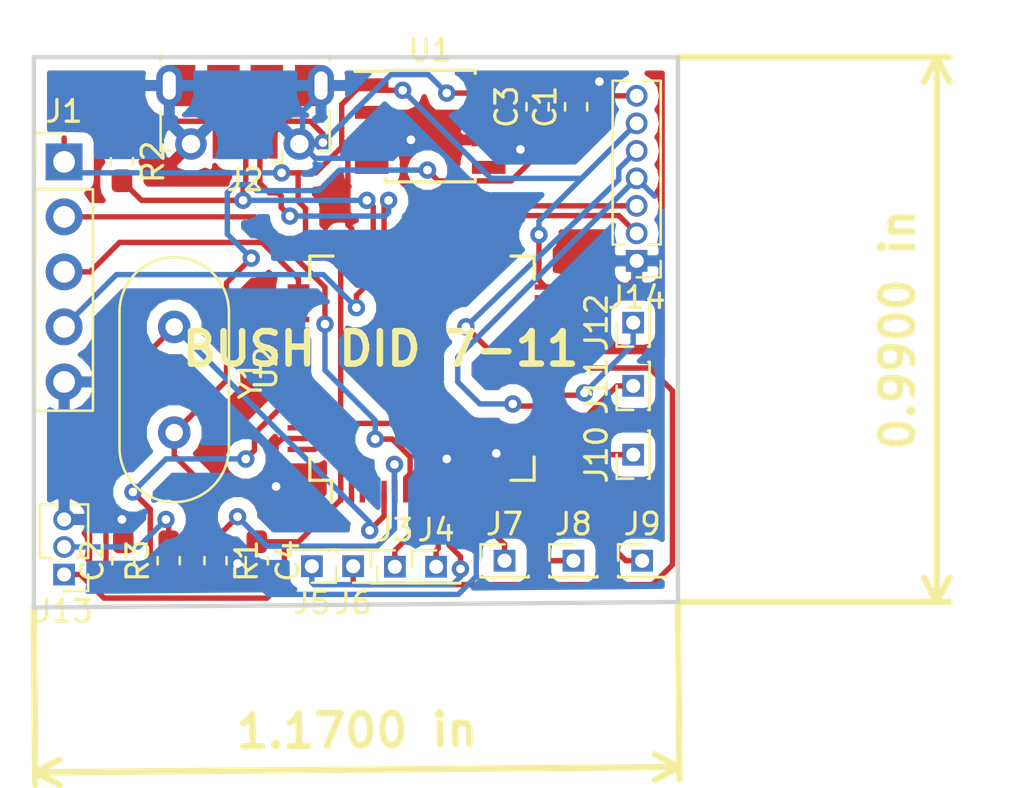
<source format=kicad_pcb>
(kicad_pcb (version 20171130) (host pcbnew "(5.0.2)-1")

  (general
    (thickness 1.6)
    (drawings 8)
    (tracks 317)
    (zones 0)
    (modules 24)
    (nets 62)
  )

  (page A4)
  (layers
    (0 F.Cu signal)
    (31 B.Cu signal)
    (32 B.Adhes user)
    (33 F.Adhes user)
    (34 B.Paste user)
    (35 F.Paste user)
    (36 B.SilkS user)
    (37 F.SilkS user)
    (38 B.Mask user)
    (39 F.Mask user)
    (40 Dwgs.User user)
    (41 Cmts.User user)
    (42 Eco1.User user)
    (43 Eco2.User user)
    (44 Edge.Cuts user)
    (45 Margin user)
    (46 B.CrtYd user)
    (47 F.CrtYd user)
    (48 B.Fab user)
    (49 F.Fab user)
  )

  (setup
    (last_trace_width 0.25)
    (trace_clearance 0.2)
    (zone_clearance 0.508)
    (zone_45_only no)
    (trace_min 0.2)
    (segment_width 0.2)
    (edge_width 0.1)
    (via_size 0.8)
    (via_drill 0.4)
    (via_min_size 0.4)
    (via_min_drill 0.3)
    (uvia_size 0.3)
    (uvia_drill 0.1)
    (uvias_allowed no)
    (uvia_min_size 0.2)
    (uvia_min_drill 0.1)
    (pcb_text_width 0.3)
    (pcb_text_size 1.5 1.5)
    (mod_edge_width 0.15)
    (mod_text_size 1 1)
    (mod_text_width 0.15)
    (pad_size 1.5 1.5)
    (pad_drill 0.6)
    (pad_to_mask_clearance 0)
    (aux_axis_origin 0 0)
    (visible_elements FFFFFF7F)
    (pcbplotparams
      (layerselection 0x010fc_ffffffff)
      (usegerberextensions false)
      (usegerberattributes false)
      (usegerberadvancedattributes false)
      (creategerberjobfile false)
      (excludeedgelayer true)
      (linewidth 0.100000)
      (plotframeref false)
      (viasonmask false)
      (mode 1)
      (useauxorigin false)
      (hpglpennumber 1)
      (hpglpenspeed 20)
      (hpglpendiameter 15.000000)
      (psnegative false)
      (psa4output false)
      (plotreference true)
      (plotvalue true)
      (plotinvisibletext false)
      (padsonsilk false)
      (subtractmaskfromsilk false)
      (outputformat 1)
      (mirror false)
      (drillshape 1)
      (scaleselection 1)
      (outputdirectory ""))
  )

  (net 0 "")
  (net 1 GND)
  (net 2 +5V)
  (net 3 /OSC_IN)
  (net 4 "Net-(C3-Pad1)")
  (net 5 +3V3)
  (net 6 /NRST)
  (net 7 /SWDCLK)
  (net 8 /SWDIO)
  (net 9 /USB_DM)
  (net 10 "Net-(J2-Pad4)")
  (net 11 /USB_DP)
  (net 12 /col17)
  (net 13 /col18)
  (net 14 /col19)
  (net 15 /col20)
  (net 16 /row0)
  (net 17 /row1)
  (net 18 /row2)
  (net 19 /row3)
  (net 20 /row4)
  (net 21 /row5)
  (net 22 "Net-(J13-Pad2)")
  (net 23 /OSC_OUT)
  (net 24 "Net-(R3-Pad1)")
  (net 25 "Net-(U1-Pad4)")
  (net 26 "Net-(U1-Pad5)")
  (net 27 "Net-(U2-Pad2)")
  (net 28 "Net-(U2-Pad3)")
  (net 29 "Net-(U2-Pad4)")
  (net 30 /col16)
  (net 31 /LED_DATA_CK)
  (net 32 /LED_DATA_OUT)
  (net 33 "Net-(U2-Pad25)")
  (net 34 /col0)
  (net 35 /col1)
  (net 36 /col2)
  (net 37 /col10)
  (net 38 /col11)
  (net 39 /col12)
  (net 40 /col13)
  (net 41 /col14)
  (net 42 /col15)
  (net 43 "Net-(U2-Pad37)")
  (net 44 "Net-(U2-Pad38)")
  (net 45 "Net-(U2-Pad39)")
  (net 46 "Net-(U2-Pad40)")
  (net 47 /LED_LATCH)
  (net 48 /LED_BLANK)
  (net 49 "Net-(U2-Pad43)")
  (net 50 "Net-(U2-Pad50)")
  (net 51 "Net-(U2-Pad51)")
  (net 52 "Net-(U2-Pad52)")
  (net 53 "Net-(U2-Pad53)")
  (net 54 "Net-(U2-Pad54)")
  (net 55 /col3)
  (net 56 /col4)
  (net 57 /col5)
  (net 58 /col6)
  (net 59 /col7)
  (net 60 /col8)
  (net 61 /col9)

  (net_class Default "This is the default net class."
    (clearance 0.2)
    (trace_width 0.25)
    (via_dia 0.8)
    (via_drill 0.4)
    (uvia_dia 0.3)
    (uvia_drill 0.1)
    (add_net +3V3)
    (add_net +5V)
    (add_net /LED_BLANK)
    (add_net /LED_DATA_CK)
    (add_net /LED_DATA_OUT)
    (add_net /LED_LATCH)
    (add_net /NRST)
    (add_net /OSC_IN)
    (add_net /OSC_OUT)
    (add_net /SWDCLK)
    (add_net /SWDIO)
    (add_net /USB_DM)
    (add_net /USB_DP)
    (add_net /col0)
    (add_net /col1)
    (add_net /col10)
    (add_net /col11)
    (add_net /col12)
    (add_net /col13)
    (add_net /col14)
    (add_net /col15)
    (add_net /col16)
    (add_net /col17)
    (add_net /col18)
    (add_net /col19)
    (add_net /col2)
    (add_net /col20)
    (add_net /col3)
    (add_net /col4)
    (add_net /col5)
    (add_net /col6)
    (add_net /col7)
    (add_net /col8)
    (add_net /col9)
    (add_net /row0)
    (add_net /row1)
    (add_net /row2)
    (add_net /row3)
    (add_net /row4)
    (add_net /row5)
    (add_net GND)
    (add_net "Net-(C3-Pad1)")
    (add_net "Net-(J13-Pad2)")
    (add_net "Net-(J2-Pad4)")
    (add_net "Net-(R3-Pad1)")
    (add_net "Net-(U1-Pad4)")
    (add_net "Net-(U1-Pad5)")
    (add_net "Net-(U2-Pad2)")
    (add_net "Net-(U2-Pad25)")
    (add_net "Net-(U2-Pad3)")
    (add_net "Net-(U2-Pad37)")
    (add_net "Net-(U2-Pad38)")
    (add_net "Net-(U2-Pad39)")
    (add_net "Net-(U2-Pad4)")
    (add_net "Net-(U2-Pad40)")
    (add_net "Net-(U2-Pad43)")
    (add_net "Net-(U2-Pad50)")
    (add_net "Net-(U2-Pad51)")
    (add_net "Net-(U2-Pad52)")
    (add_net "Net-(U2-Pad53)")
    (add_net "Net-(U2-Pad54)")
  )

  (module Connector_PinHeader_1.27mm:PinHeader_1x07_P1.27mm_Vertical (layer F.Cu) (tedit 59FED6E3) (tstamp 5C71083D)
    (at 151.765 82.296 180)
    (descr "Through hole straight pin header, 1x07, 1.27mm pitch, single row")
    (tags "Through hole pin header THT 1x07 1.27mm single row")
    (path /5C6E17DA)
    (fp_text reference J14 (at 0 -1.695 180) (layer F.SilkS)
      (effects (font (size 1 1) (thickness 0.15)))
    )
    (fp_text value spi (at 0 9.315 180) (layer F.Fab)
      (effects (font (size 1 1) (thickness 0.15)))
    )
    (fp_line (start -0.525 -0.635) (end 1.05 -0.635) (layer F.Fab) (width 0.1))
    (fp_line (start 1.05 -0.635) (end 1.05 8.255) (layer F.Fab) (width 0.1))
    (fp_line (start 1.05 8.255) (end -1.05 8.255) (layer F.Fab) (width 0.1))
    (fp_line (start -1.05 8.255) (end -1.05 -0.11) (layer F.Fab) (width 0.1))
    (fp_line (start -1.05 -0.11) (end -0.525 -0.635) (layer F.Fab) (width 0.1))
    (fp_line (start -1.11 8.315) (end -0.30753 8.315) (layer F.SilkS) (width 0.12))
    (fp_line (start 0.30753 8.315) (end 1.11 8.315) (layer F.SilkS) (width 0.12))
    (fp_line (start -1.11 0.76) (end -1.11 8.315) (layer F.SilkS) (width 0.12))
    (fp_line (start 1.11 0.76) (end 1.11 8.315) (layer F.SilkS) (width 0.12))
    (fp_line (start -1.11 0.76) (end -0.563471 0.76) (layer F.SilkS) (width 0.12))
    (fp_line (start 0.563471 0.76) (end 1.11 0.76) (layer F.SilkS) (width 0.12))
    (fp_line (start -1.11 0) (end -1.11 -0.76) (layer F.SilkS) (width 0.12))
    (fp_line (start -1.11 -0.76) (end 0 -0.76) (layer F.SilkS) (width 0.12))
    (fp_line (start -1.55 -1.15) (end -1.55 8.8) (layer F.CrtYd) (width 0.05))
    (fp_line (start -1.55 8.8) (end 1.55 8.8) (layer F.CrtYd) (width 0.05))
    (fp_line (start 1.55 8.8) (end 1.55 -1.15) (layer F.CrtYd) (width 0.05))
    (fp_line (start 1.55 -1.15) (end -1.55 -1.15) (layer F.CrtYd) (width 0.05))
    (fp_text user %R (at 0 3.81 270) (layer F.Fab)
      (effects (font (size 1 1) (thickness 0.15)))
    )
    (pad 1 thru_hole rect (at 0 0 180) (size 1 1) (drill 0.65) (layers *.Cu *.Mask)
      (net 1 GND))
    (pad 2 thru_hole oval (at 0 1.27 180) (size 1 1) (drill 0.65) (layers *.Cu *.Mask)
      (net 47 /LED_LATCH))
    (pad 3 thru_hole oval (at 0 2.54 180) (size 1 1) (drill 0.65) (layers *.Cu *.Mask)
      (net 48 /LED_BLANK))
    (pad 4 thru_hole oval (at 0 3.81 180) (size 1 1) (drill 0.65) (layers *.Cu *.Mask)
      (net 31 /LED_DATA_CK))
    (pad 5 thru_hole oval (at 0 5.08 180) (size 1 1) (drill 0.65) (layers *.Cu *.Mask)
      (net 32 /LED_DATA_OUT))
    (pad 6 thru_hole oval (at 0 6.35 180) (size 1 1) (drill 0.65) (layers *.Cu *.Mask)
      (net 5 +3V3))
    (pad 7 thru_hole oval (at 0 7.62 180) (size 1 1) (drill 0.65) (layers *.Cu *.Mask)
      (net 2 +5V))
    (model ${KISYS3DMOD}/Connector_PinHeader_1.27mm.3dshapes/PinHeader_1x07_P1.27mm_Vertical.wrl
      (at (xyz 0 0 0))
      (scale (xyz 1 1 1))
      (rotate (xyz 0 0 0))
    )
  )

  (module Capacitor_SMD:C_0603_1608Metric_Pad1.05x0.95mm_HandSolder (layer F.Cu) (tedit 5B301BBE) (tstamp 5C70F1F8)
    (at 148.971 75.184 90)
    (descr "Capacitor SMD 0603 (1608 Metric), square (rectangular) end terminal, IPC_7351 nominal with elongated pad for handsoldering. (Body size source: http://www.tortai-tech.com/upload/download/2011102023233369053.pdf), generated with kicad-footprint-generator")
    (tags "capacitor handsolder")
    (path /5AFD3891)
    (attr smd)
    (fp_text reference C1 (at 0 -1.43 90) (layer F.SilkS)
      (effects (font (size 1 1) (thickness 0.15)))
    )
    (fp_text value 0.1uF (at 0 1.43 90) (layer F.Fab)
      (effects (font (size 1 1) (thickness 0.15)))
    )
    (fp_text user %R (at 0 0 90) (layer F.Fab)
      (effects (font (size 0.4 0.4) (thickness 0.06)))
    )
    (fp_line (start 1.65 0.73) (end -1.65 0.73) (layer F.CrtYd) (width 0.05))
    (fp_line (start 1.65 -0.73) (end 1.65 0.73) (layer F.CrtYd) (width 0.05))
    (fp_line (start -1.65 -0.73) (end 1.65 -0.73) (layer F.CrtYd) (width 0.05))
    (fp_line (start -1.65 0.73) (end -1.65 -0.73) (layer F.CrtYd) (width 0.05))
    (fp_line (start -0.171267 0.51) (end 0.171267 0.51) (layer F.SilkS) (width 0.12))
    (fp_line (start -0.171267 -0.51) (end 0.171267 -0.51) (layer F.SilkS) (width 0.12))
    (fp_line (start 0.8 0.4) (end -0.8 0.4) (layer F.Fab) (width 0.1))
    (fp_line (start 0.8 -0.4) (end 0.8 0.4) (layer F.Fab) (width 0.1))
    (fp_line (start -0.8 -0.4) (end 0.8 -0.4) (layer F.Fab) (width 0.1))
    (fp_line (start -0.8 0.4) (end -0.8 -0.4) (layer F.Fab) (width 0.1))
    (pad 2 smd roundrect (at 0.875 0 90) (size 1.05 0.95) (layers F.Cu F.Paste F.Mask) (roundrect_rratio 0.25)
      (net 1 GND))
    (pad 1 smd roundrect (at -0.875 0 90) (size 1.05 0.95) (layers F.Cu F.Paste F.Mask) (roundrect_rratio 0.25)
      (net 2 +5V))
    (model ${KISYS3DMOD}/Capacitor_SMD.3dshapes/C_0603_1608Metric.wrl
      (at (xyz 0 0 0))
      (scale (xyz 1 1 1))
      (rotate (xyz 0 0 0))
    )
  )

  (module Capacitor_SMD:C_0603_1608Metric_Pad1.05x0.95mm_HandSolder (layer F.Cu) (tedit 5B301BBE) (tstamp 5C70F209)
    (at 128.0795 96.139 90)
    (descr "Capacitor SMD 0603 (1608 Metric), square (rectangular) end terminal, IPC_7351 nominal with elongated pad for handsoldering. (Body size source: http://www.tortai-tech.com/upload/download/2011102023233369053.pdf), generated with kicad-footprint-generator")
    (tags "capacitor handsolder")
    (path /5AA030E9)
    (attr smd)
    (fp_text reference C2 (at 0 -1.43 90) (layer F.SilkS)
      (effects (font (size 1 1) (thickness 0.15)))
    )
    (fp_text value 16pf (at 0 1.43 90) (layer F.Fab)
      (effects (font (size 1 1) (thickness 0.15)))
    )
    (fp_line (start -0.8 0.4) (end -0.8 -0.4) (layer F.Fab) (width 0.1))
    (fp_line (start -0.8 -0.4) (end 0.8 -0.4) (layer F.Fab) (width 0.1))
    (fp_line (start 0.8 -0.4) (end 0.8 0.4) (layer F.Fab) (width 0.1))
    (fp_line (start 0.8 0.4) (end -0.8 0.4) (layer F.Fab) (width 0.1))
    (fp_line (start -0.171267 -0.51) (end 0.171267 -0.51) (layer F.SilkS) (width 0.12))
    (fp_line (start -0.171267 0.51) (end 0.171267 0.51) (layer F.SilkS) (width 0.12))
    (fp_line (start -1.65 0.73) (end -1.65 -0.73) (layer F.CrtYd) (width 0.05))
    (fp_line (start -1.65 -0.73) (end 1.65 -0.73) (layer F.CrtYd) (width 0.05))
    (fp_line (start 1.65 -0.73) (end 1.65 0.73) (layer F.CrtYd) (width 0.05))
    (fp_line (start 1.65 0.73) (end -1.65 0.73) (layer F.CrtYd) (width 0.05))
    (fp_text user %R (at 0 0 90) (layer F.Fab)
      (effects (font (size 0.4 0.4) (thickness 0.06)))
    )
    (pad 1 smd roundrect (at -0.875 0 90) (size 1.05 0.95) (layers F.Cu F.Paste F.Mask) (roundrect_rratio 0.25)
      (net 3 /OSC_IN))
    (pad 2 smd roundrect (at 0.875 0 90) (size 1.05 0.95) (layers F.Cu F.Paste F.Mask) (roundrect_rratio 0.25)
      (net 1 GND))
    (model ${KISYS3DMOD}/Capacitor_SMD.3dshapes/C_0603_1608Metric.wrl
      (at (xyz 0 0 0))
      (scale (xyz 1 1 1))
      (rotate (xyz 0 0 0))
    )
  )

  (module Capacitor_SMD:C_0603_1608Metric_Pad1.05x0.95mm_HandSolder (layer F.Cu) (tedit 5B301BBE) (tstamp 5C70F21A)
    (at 147.193 75.184 90)
    (descr "Capacitor SMD 0603 (1608 Metric), square (rectangular) end terminal, IPC_7351 nominal with elongated pad for handsoldering. (Body size source: http://www.tortai-tech.com/upload/download/2011102023233369053.pdf), generated with kicad-footprint-generator")
    (tags "capacitor handsolder")
    (path /5AA03146)
    (attr smd)
    (fp_text reference C3 (at 0 -1.43 90) (layer F.SilkS)
      (effects (font (size 1 1) (thickness 0.15)))
    )
    (fp_text value 16pf (at 0 1.43 90) (layer F.Fab)
      (effects (font (size 1 1) (thickness 0.15)))
    )
    (fp_text user %R (at 0 0 90) (layer F.Fab)
      (effects (font (size 0.4 0.4) (thickness 0.06)))
    )
    (fp_line (start 1.65 0.73) (end -1.65 0.73) (layer F.CrtYd) (width 0.05))
    (fp_line (start 1.65 -0.73) (end 1.65 0.73) (layer F.CrtYd) (width 0.05))
    (fp_line (start -1.65 -0.73) (end 1.65 -0.73) (layer F.CrtYd) (width 0.05))
    (fp_line (start -1.65 0.73) (end -1.65 -0.73) (layer F.CrtYd) (width 0.05))
    (fp_line (start -0.171267 0.51) (end 0.171267 0.51) (layer F.SilkS) (width 0.12))
    (fp_line (start -0.171267 -0.51) (end 0.171267 -0.51) (layer F.SilkS) (width 0.12))
    (fp_line (start 0.8 0.4) (end -0.8 0.4) (layer F.Fab) (width 0.1))
    (fp_line (start 0.8 -0.4) (end 0.8 0.4) (layer F.Fab) (width 0.1))
    (fp_line (start -0.8 -0.4) (end 0.8 -0.4) (layer F.Fab) (width 0.1))
    (fp_line (start -0.8 0.4) (end -0.8 -0.4) (layer F.Fab) (width 0.1))
    (pad 2 smd roundrect (at 0.875 0 90) (size 1.05 0.95) (layers F.Cu F.Paste F.Mask) (roundrect_rratio 0.25)
      (net 1 GND))
    (pad 1 smd roundrect (at -0.875 0 90) (size 1.05 0.95) (layers F.Cu F.Paste F.Mask) (roundrect_rratio 0.25)
      (net 4 "Net-(C3-Pad1)"))
    (model ${KISYS3DMOD}/Capacitor_SMD.3dshapes/C_0603_1608Metric.wrl
      (at (xyz 0 0 0))
      (scale (xyz 1 1 1))
      (rotate (xyz 0 0 0))
    )
  )

  (module Capacitor_SMD:C_0603_1608Metric_Pad1.05x0.95mm_HandSolder (layer F.Cu) (tedit 5B301BBE) (tstamp 5C70F22B)
    (at 134.239 96.139 270)
    (descr "Capacitor SMD 0603 (1608 Metric), square (rectangular) end terminal, IPC_7351 nominal with elongated pad for handsoldering. (Body size source: http://www.tortai-tech.com/upload/download/2011102023233369053.pdf), generated with kicad-footprint-generator")
    (tags "capacitor handsolder")
    (path /5AFD0D3E)
    (attr smd)
    (fp_text reference C4 (at 0 -1.43 270) (layer F.SilkS)
      (effects (font (size 1 1) (thickness 0.15)))
    )
    (fp_text value 2.2uF (at 0 1.43 270) (layer F.Fab)
      (effects (font (size 1 1) (thickness 0.15)))
    )
    (fp_line (start -0.8 0.4) (end -0.8 -0.4) (layer F.Fab) (width 0.1))
    (fp_line (start -0.8 -0.4) (end 0.8 -0.4) (layer F.Fab) (width 0.1))
    (fp_line (start 0.8 -0.4) (end 0.8 0.4) (layer F.Fab) (width 0.1))
    (fp_line (start 0.8 0.4) (end -0.8 0.4) (layer F.Fab) (width 0.1))
    (fp_line (start -0.171267 -0.51) (end 0.171267 -0.51) (layer F.SilkS) (width 0.12))
    (fp_line (start -0.171267 0.51) (end 0.171267 0.51) (layer F.SilkS) (width 0.12))
    (fp_line (start -1.65 0.73) (end -1.65 -0.73) (layer F.CrtYd) (width 0.05))
    (fp_line (start -1.65 -0.73) (end 1.65 -0.73) (layer F.CrtYd) (width 0.05))
    (fp_line (start 1.65 -0.73) (end 1.65 0.73) (layer F.CrtYd) (width 0.05))
    (fp_line (start 1.65 0.73) (end -1.65 0.73) (layer F.CrtYd) (width 0.05))
    (fp_text user %R (at 0 0 270) (layer F.Fab)
      (effects (font (size 0.4 0.4) (thickness 0.06)))
    )
    (pad 1 smd roundrect (at -0.875 0 270) (size 1.05 0.95) (layers F.Cu F.Paste F.Mask) (roundrect_rratio 0.25)
      (net 5 +3V3))
    (pad 2 smd roundrect (at 0.875 0 270) (size 1.05 0.95) (layers F.Cu F.Paste F.Mask) (roundrect_rratio 0.25)
      (net 1 GND))
    (model ${KISYS3DMOD}/Capacitor_SMD.3dshapes/C_0603_1608Metric.wrl
      (at (xyz 0 0 0))
      (scale (xyz 1 1 1))
      (rotate (xyz 0 0 0))
    )
  )

  (module Connector_USB:USB_Micro-B_Molex-105017-0001 (layer F.Cu) (tedit 5A1DC0BE) (tstamp 5C718235)
    (at 133.701 75.438 180)
    (descr http://www.molex.com/pdm_docs/sd/1050170001_sd.pdf)
    (tags "Micro-USB SMD Typ-B")
    (path /5B6D868F)
    (attr smd)
    (fp_text reference J2 (at 0 -3.1125 180) (layer F.SilkS)
      (effects (font (size 1 1) (thickness 0.15)))
    )
    (fp_text value USB_B_Micro (at 0.3 4.3375 180) (layer F.Fab)
      (effects (font (size 1 1) (thickness 0.15)))
    )
    (fp_text user "PCB Edge" (at 0 2.6875 180) (layer Dwgs.User)
      (effects (font (size 0.5 0.5) (thickness 0.08)))
    )
    (fp_text user %R (at 0 0.8875 180) (layer F.Fab)
      (effects (font (size 1 1) (thickness 0.15)))
    )
    (fp_line (start -4.4 3.64) (end 4.4 3.64) (layer F.CrtYd) (width 0.05))
    (fp_line (start 4.4 -2.46) (end 4.4 3.64) (layer F.CrtYd) (width 0.05))
    (fp_line (start -4.4 -2.46) (end 4.4 -2.46) (layer F.CrtYd) (width 0.05))
    (fp_line (start -4.4 3.64) (end -4.4 -2.46) (layer F.CrtYd) (width 0.05))
    (fp_line (start -3.9 -1.7625) (end -3.45 -1.7625) (layer F.SilkS) (width 0.12))
    (fp_line (start -3.9 0.0875) (end -3.9 -1.7625) (layer F.SilkS) (width 0.12))
    (fp_line (start 3.9 2.6375) (end 3.9 2.3875) (layer F.SilkS) (width 0.12))
    (fp_line (start 3.75 3.3875) (end 3.75 -1.6125) (layer F.Fab) (width 0.1))
    (fp_line (start -3 2.689204) (end 3 2.689204) (layer F.Fab) (width 0.1))
    (fp_line (start -3.75 3.389204) (end 3.75 3.389204) (layer F.Fab) (width 0.1))
    (fp_line (start -3.75 -1.6125) (end 3.75 -1.6125) (layer F.Fab) (width 0.1))
    (fp_line (start -3.75 3.3875) (end -3.75 -1.6125) (layer F.Fab) (width 0.1))
    (fp_line (start -3.9 2.6375) (end -3.9 2.3875) (layer F.SilkS) (width 0.12))
    (fp_line (start 3.9 0.0875) (end 3.9 -1.7625) (layer F.SilkS) (width 0.12))
    (fp_line (start 3.9 -1.7625) (end 3.45 -1.7625) (layer F.SilkS) (width 0.12))
    (fp_line (start -1.7 -2.3125) (end -1.25 -2.3125) (layer F.SilkS) (width 0.12))
    (fp_line (start -1.7 -2.3125) (end -1.7 -1.8625) (layer F.SilkS) (width 0.12))
    (fp_line (start -1.3 -1.7125) (end -1.5 -1.9125) (layer F.Fab) (width 0.1))
    (fp_line (start -1.1 -1.9125) (end -1.3 -1.7125) (layer F.Fab) (width 0.1))
    (fp_line (start -1.5 -2.1225) (end -1.1 -2.1225) (layer F.Fab) (width 0.1))
    (fp_line (start -1.5 -2.1225) (end -1.5 -1.9125) (layer F.Fab) (width 0.1))
    (fp_line (start -1.1 -2.1225) (end -1.1 -1.9125) (layer F.Fab) (width 0.1))
    (pad 6 smd rect (at 1 1.2375 180) (size 1.5 1.9) (layers F.Cu F.Paste F.Mask)
      (net 1 GND))
    (pad 6 thru_hole circle (at -2.5 -1.4625 180) (size 1.45 1.45) (drill 0.85) (layers *.Cu *.Mask)
      (net 1 GND))
    (pad 2 smd rect (at -0.65 -1.4625 180) (size 0.4 1.35) (layers F.Cu F.Paste F.Mask)
      (net 9 /USB_DM))
    (pad 1 smd rect (at -1.3 -1.4625 180) (size 0.4 1.35) (layers F.Cu F.Paste F.Mask)
      (net 2 +5V))
    (pad 5 smd rect (at 1.3 -1.4625 180) (size 0.4 1.35) (layers F.Cu F.Paste F.Mask)
      (net 1 GND))
    (pad 4 smd rect (at 0.65 -1.4625 180) (size 0.4 1.35) (layers F.Cu F.Paste F.Mask)
      (net 10 "Net-(J2-Pad4)"))
    (pad 3 smd rect (at 0 -1.4625 180) (size 0.4 1.35) (layers F.Cu F.Paste F.Mask)
      (net 11 /USB_DP))
    (pad 6 thru_hole circle (at 2.5 -1.4625 180) (size 1.45 1.45) (drill 0.85) (layers *.Cu *.Mask)
      (net 1 GND))
    (pad 6 smd rect (at -1 1.2375 180) (size 1.5 1.9) (layers F.Cu F.Paste F.Mask)
      (net 1 GND))
    (pad 6 thru_hole oval (at -3.5 1.2375) (size 1.2 1.9) (drill oval 0.6 1.3) (layers *.Cu *.Mask)
      (net 1 GND))
    (pad 6 thru_hole oval (at 3.5 1.2375 180) (size 1.2 1.9) (drill oval 0.6 1.3) (layers *.Cu *.Mask)
      (net 1 GND))
    (pad 6 smd rect (at 2.9 1.2375 180) (size 1.2 1.9) (layers F.Cu F.Mask)
      (net 1 GND))
    (pad 6 smd rect (at -2.9 1.2375 180) (size 1.2 1.9) (layers F.Cu F.Mask)
      (net 1 GND))
    (model ${KISYS3DMOD}/Connector_USB.3dshapes/USB_Micro-B_Molex-105017-0001.wrl
      (at (xyz 0 0 0))
      (scale (xyz 1 1 1))
      (rotate (xyz 0 0 0))
    )
  )

  (module Resistor_SMD:R_0603_1608Metric_Pad1.05x0.95mm_HandSolder (layer F.Cu) (tedit 5B301BBD) (tstamp 5C70F39A)
    (at 132.334 96.139 270)
    (descr "Resistor SMD 0603 (1608 Metric), square (rectangular) end terminal, IPC_7351 nominal with elongated pad for handsoldering. (Body size source: http://www.tortai-tech.com/upload/download/2011102023233369053.pdf), generated with kicad-footprint-generator")
    (tags "resistor handsolder")
    (path /5AA031C3)
    (attr smd)
    (fp_text reference R1 (at 0 -1.43 270) (layer F.SilkS)
      (effects (font (size 1 1) (thickness 0.15)))
    )
    (fp_text value 1.3k (at 0 1.43 270) (layer F.Fab)
      (effects (font (size 1 1) (thickness 0.15)))
    )
    (fp_text user %R (at 0 0 270) (layer F.Fab)
      (effects (font (size 0.4 0.4) (thickness 0.06)))
    )
    (fp_line (start 1.65 0.73) (end -1.65 0.73) (layer F.CrtYd) (width 0.05))
    (fp_line (start 1.65 -0.73) (end 1.65 0.73) (layer F.CrtYd) (width 0.05))
    (fp_line (start -1.65 -0.73) (end 1.65 -0.73) (layer F.CrtYd) (width 0.05))
    (fp_line (start -1.65 0.73) (end -1.65 -0.73) (layer F.CrtYd) (width 0.05))
    (fp_line (start -0.171267 0.51) (end 0.171267 0.51) (layer F.SilkS) (width 0.12))
    (fp_line (start -0.171267 -0.51) (end 0.171267 -0.51) (layer F.SilkS) (width 0.12))
    (fp_line (start 0.8 0.4) (end -0.8 0.4) (layer F.Fab) (width 0.1))
    (fp_line (start 0.8 -0.4) (end 0.8 0.4) (layer F.Fab) (width 0.1))
    (fp_line (start -0.8 -0.4) (end 0.8 -0.4) (layer F.Fab) (width 0.1))
    (fp_line (start -0.8 0.4) (end -0.8 -0.4) (layer F.Fab) (width 0.1))
    (pad 2 smd roundrect (at 0.875 0 270) (size 1.05 0.95) (layers F.Cu F.Paste F.Mask) (roundrect_rratio 0.25)
      (net 4 "Net-(C3-Pad1)"))
    (pad 1 smd roundrect (at -0.875 0 270) (size 1.05 0.95) (layers F.Cu F.Paste F.Mask) (roundrect_rratio 0.25)
      (net 23 /OSC_OUT))
    (model ${KISYS3DMOD}/Resistor_SMD.3dshapes/R_0603_1608Metric.wrl
      (at (xyz 0 0 0))
      (scale (xyz 1 1 1))
      (rotate (xyz 0 0 0))
    )
  )

  (module Resistor_SMD:R_0603_1608Metric_Pad1.05x0.95mm_HandSolder (layer F.Cu) (tedit 5B301BBD) (tstamp 5C70F3AB)
    (at 128.016 77.724 270)
    (descr "Resistor SMD 0603 (1608 Metric), square (rectangular) end terminal, IPC_7351 nominal with elongated pad for handsoldering. (Body size source: http://www.tortai-tech.com/upload/download/2011102023233369053.pdf), generated with kicad-footprint-generator")
    (tags "resistor handsolder")
    (path /5B5EB403)
    (attr smd)
    (fp_text reference R2 (at 0 -1.43 270) (layer F.SilkS)
      (effects (font (size 1 1) (thickness 0.15)))
    )
    (fp_text value 1.5k (at 0 1.43 270) (layer F.Fab)
      (effects (font (size 1 1) (thickness 0.15)))
    )
    (fp_line (start -0.8 0.4) (end -0.8 -0.4) (layer F.Fab) (width 0.1))
    (fp_line (start -0.8 -0.4) (end 0.8 -0.4) (layer F.Fab) (width 0.1))
    (fp_line (start 0.8 -0.4) (end 0.8 0.4) (layer F.Fab) (width 0.1))
    (fp_line (start 0.8 0.4) (end -0.8 0.4) (layer F.Fab) (width 0.1))
    (fp_line (start -0.171267 -0.51) (end 0.171267 -0.51) (layer F.SilkS) (width 0.12))
    (fp_line (start -0.171267 0.51) (end 0.171267 0.51) (layer F.SilkS) (width 0.12))
    (fp_line (start -1.65 0.73) (end -1.65 -0.73) (layer F.CrtYd) (width 0.05))
    (fp_line (start -1.65 -0.73) (end 1.65 -0.73) (layer F.CrtYd) (width 0.05))
    (fp_line (start 1.65 -0.73) (end 1.65 0.73) (layer F.CrtYd) (width 0.05))
    (fp_line (start 1.65 0.73) (end -1.65 0.73) (layer F.CrtYd) (width 0.05))
    (fp_text user %R (at 0 0 270) (layer F.Fab)
      (effects (font (size 0.4 0.4) (thickness 0.06)))
    )
    (pad 1 smd roundrect (at -0.875 0 270) (size 1.05 0.95) (layers F.Cu F.Paste F.Mask) (roundrect_rratio 0.25)
      (net 2 +5V))
    (pad 2 smd roundrect (at 0.875 0 270) (size 1.05 0.95) (layers F.Cu F.Paste F.Mask) (roundrect_rratio 0.25)
      (net 11 /USB_DP))
    (model ${KISYS3DMOD}/Resistor_SMD.3dshapes/R_0603_1608Metric.wrl
      (at (xyz 0 0 0))
      (scale (xyz 1 1 1))
      (rotate (xyz 0 0 0))
    )
  )

  (module Resistor_SMD:R_0603_1608Metric_Pad1.05x0.95mm_HandSolder (layer F.Cu) (tedit 5B301BBD) (tstamp 5C70F3BC)
    (at 130.175 96.139 90)
    (descr "Resistor SMD 0603 (1608 Metric), square (rectangular) end terminal, IPC_7351 nominal with elongated pad for handsoldering. (Body size source: http://www.tortai-tech.com/upload/download/2011102023233369053.pdf), generated with kicad-footprint-generator")
    (tags "resistor handsolder")
    (path /5BACA869)
    (attr smd)
    (fp_text reference R3 (at 0 -1.43 90) (layer F.SilkS)
      (effects (font (size 1 1) (thickness 0.15)))
    )
    (fp_text value 10k (at 0 1.43 90) (layer F.Fab)
      (effects (font (size 1 1) (thickness 0.15)))
    )
    (fp_line (start -0.8 0.4) (end -0.8 -0.4) (layer F.Fab) (width 0.1))
    (fp_line (start -0.8 -0.4) (end 0.8 -0.4) (layer F.Fab) (width 0.1))
    (fp_line (start 0.8 -0.4) (end 0.8 0.4) (layer F.Fab) (width 0.1))
    (fp_line (start 0.8 0.4) (end -0.8 0.4) (layer F.Fab) (width 0.1))
    (fp_line (start -0.171267 -0.51) (end 0.171267 -0.51) (layer F.SilkS) (width 0.12))
    (fp_line (start -0.171267 0.51) (end 0.171267 0.51) (layer F.SilkS) (width 0.12))
    (fp_line (start -1.65 0.73) (end -1.65 -0.73) (layer F.CrtYd) (width 0.05))
    (fp_line (start -1.65 -0.73) (end 1.65 -0.73) (layer F.CrtYd) (width 0.05))
    (fp_line (start 1.65 -0.73) (end 1.65 0.73) (layer F.CrtYd) (width 0.05))
    (fp_line (start 1.65 0.73) (end -1.65 0.73) (layer F.CrtYd) (width 0.05))
    (fp_text user %R (at 0 0 90) (layer F.Fab)
      (effects (font (size 0.4 0.4) (thickness 0.06)))
    )
    (pad 1 smd roundrect (at -0.875 0 90) (size 1.05 0.95) (layers F.Cu F.Paste F.Mask) (roundrect_rratio 0.25)
      (net 24 "Net-(R3-Pad1)"))
    (pad 2 smd roundrect (at 0.875 0 90) (size 1.05 0.95) (layers F.Cu F.Paste F.Mask) (roundrect_rratio 0.25)
      (net 22 "Net-(J13-Pad2)"))
    (model ${KISYS3DMOD}/Resistor_SMD.3dshapes/R_0603_1608Metric.wrl
      (at (xyz 0 0 0))
      (scale (xyz 1 1 1))
      (rotate (xyz 0 0 0))
    )
  )

  (module Package_SO:SOIC-8_3.9x4.9mm_P1.27mm (layer F.Cu) (tedit 5A02F2D3) (tstamp 5C71746E)
    (at 142.24 76.073)
    (descr "8-Lead Plastic Small Outline (SN) - Narrow, 3.90 mm Body [SOIC] (see Microchip Packaging Specification http://ww1.microchip.com/downloads/en/PackagingSpec/00000049BQ.pdf)")
    (tags "SOIC 1.27")
    (path /5AFC2AC7)
    (attr smd)
    (fp_text reference U1 (at 0 -3.5) (layer F.SilkS)
      (effects (font (size 1 1) (thickness 0.15)))
    )
    (fp_text value L4931ABD33-TR (at 0 3.5) (layer F.Fab)
      (effects (font (size 1 1) (thickness 0.15)))
    )
    (fp_text user %R (at 0 0) (layer F.Fab)
      (effects (font (size 1 1) (thickness 0.15)))
    )
    (fp_line (start -0.95 -2.45) (end 1.95 -2.45) (layer F.Fab) (width 0.1))
    (fp_line (start 1.95 -2.45) (end 1.95 2.45) (layer F.Fab) (width 0.1))
    (fp_line (start 1.95 2.45) (end -1.95 2.45) (layer F.Fab) (width 0.1))
    (fp_line (start -1.95 2.45) (end -1.95 -1.45) (layer F.Fab) (width 0.1))
    (fp_line (start -1.95 -1.45) (end -0.95 -2.45) (layer F.Fab) (width 0.1))
    (fp_line (start -3.73 -2.7) (end -3.73 2.7) (layer F.CrtYd) (width 0.05))
    (fp_line (start 3.73 -2.7) (end 3.73 2.7) (layer F.CrtYd) (width 0.05))
    (fp_line (start -3.73 -2.7) (end 3.73 -2.7) (layer F.CrtYd) (width 0.05))
    (fp_line (start -3.73 2.7) (end 3.73 2.7) (layer F.CrtYd) (width 0.05))
    (fp_line (start -2.075 -2.575) (end -2.075 -2.525) (layer F.SilkS) (width 0.15))
    (fp_line (start 2.075 -2.575) (end 2.075 -2.43) (layer F.SilkS) (width 0.15))
    (fp_line (start 2.075 2.575) (end 2.075 2.43) (layer F.SilkS) (width 0.15))
    (fp_line (start -2.075 2.575) (end -2.075 2.43) (layer F.SilkS) (width 0.15))
    (fp_line (start -2.075 -2.575) (end 2.075 -2.575) (layer F.SilkS) (width 0.15))
    (fp_line (start -2.075 2.575) (end 2.075 2.575) (layer F.SilkS) (width 0.15))
    (fp_line (start -2.075 -2.525) (end -3.475 -2.525) (layer F.SilkS) (width 0.15))
    (pad 1 smd rect (at -2.7 -1.905) (size 1.55 0.6) (layers F.Cu F.Paste F.Mask)
      (net 5 +3V3))
    (pad 2 smd rect (at -2.7 -0.635) (size 1.55 0.6) (layers F.Cu F.Paste F.Mask)
      (net 1 GND))
    (pad 3 smd rect (at -2.7 0.635) (size 1.55 0.6) (layers F.Cu F.Paste F.Mask)
      (net 1 GND))
    (pad 4 smd rect (at -2.7 1.905) (size 1.55 0.6) (layers F.Cu F.Paste F.Mask)
      (net 25 "Net-(U1-Pad4)"))
    (pad 5 smd rect (at 2.7 1.905) (size 1.55 0.6) (layers F.Cu F.Paste F.Mask)
      (net 26 "Net-(U1-Pad5)"))
    (pad 6 smd rect (at 2.7 0.635) (size 1.55 0.6) (layers F.Cu F.Paste F.Mask)
      (net 1 GND))
    (pad 7 smd rect (at 2.7 -0.635) (size 1.55 0.6) (layers F.Cu F.Paste F.Mask)
      (net 1 GND))
    (pad 8 smd rect (at 2.7 -1.905) (size 1.55 0.6) (layers F.Cu F.Paste F.Mask)
      (net 2 +5V))
    (model ${KISYS3DMOD}/Package_SO.3dshapes/SOIC-8_3.9x4.9mm_P1.27mm.wrl
      (at (xyz 0 0 0))
      (scale (xyz 1 1 1))
      (rotate (xyz 0 0 0))
    )
  )

  (module Package_QFP:LQFP-64_10x10mm_P0.5mm (layer F.Cu) (tedit 5A02F146) (tstamp 5C70F430)
    (at 141.859 87.249 90)
    (descr "64 LEAD LQFP 10x10mm (see MICREL LQFP10x10-64LD-PL-1.pdf)")
    (tags "QFP 0.5")
    (path /5B5EB0A7)
    (attr smd)
    (fp_text reference U2 (at 0 -7.2 90) (layer F.SilkS)
      (effects (font (size 1 1) (thickness 0.15)))
    )
    (fp_text value STM32F103RCTx (at 0 7.2 90) (layer F.Fab)
      (effects (font (size 1 1) (thickness 0.15)))
    )
    (fp_text user %R (at 0 0 90) (layer F.Fab)
      (effects (font (size 1 1) (thickness 0.15)))
    )
    (fp_line (start -4 -5) (end 5 -5) (layer F.Fab) (width 0.15))
    (fp_line (start 5 -5) (end 5 5) (layer F.Fab) (width 0.15))
    (fp_line (start 5 5) (end -5 5) (layer F.Fab) (width 0.15))
    (fp_line (start -5 5) (end -5 -4) (layer F.Fab) (width 0.15))
    (fp_line (start -5 -4) (end -4 -5) (layer F.Fab) (width 0.15))
    (fp_line (start -6.45 -6.45) (end -6.45 6.45) (layer F.CrtYd) (width 0.05))
    (fp_line (start 6.45 -6.45) (end 6.45 6.45) (layer F.CrtYd) (width 0.05))
    (fp_line (start -6.45 -6.45) (end 6.45 -6.45) (layer F.CrtYd) (width 0.05))
    (fp_line (start -6.45 6.45) (end 6.45 6.45) (layer F.CrtYd) (width 0.05))
    (fp_line (start -5.175 -5.175) (end -5.175 -4.175) (layer F.SilkS) (width 0.15))
    (fp_line (start 5.175 -5.175) (end 5.175 -4.1) (layer F.SilkS) (width 0.15))
    (fp_line (start 5.175 5.175) (end 5.175 4.1) (layer F.SilkS) (width 0.15))
    (fp_line (start -5.175 5.175) (end -5.175 4.1) (layer F.SilkS) (width 0.15))
    (fp_line (start -5.175 -5.175) (end -4.1 -5.175) (layer F.SilkS) (width 0.15))
    (fp_line (start -5.175 5.175) (end -4.1 5.175) (layer F.SilkS) (width 0.15))
    (fp_line (start 5.175 5.175) (end 4.1 5.175) (layer F.SilkS) (width 0.15))
    (fp_line (start 5.175 -5.175) (end 4.1 -5.175) (layer F.SilkS) (width 0.15))
    (fp_line (start -5.175 -4.175) (end -6.2 -4.175) (layer F.SilkS) (width 0.15))
    (pad 1 smd rect (at -5.7 -3.75 90) (size 1 0.25) (layers F.Cu F.Paste F.Mask)
      (net 5 +3V3))
    (pad 2 smd rect (at -5.7 -3.25 90) (size 1 0.25) (layers F.Cu F.Paste F.Mask)
      (net 27 "Net-(U2-Pad2)"))
    (pad 3 smd rect (at -5.7 -2.75 90) (size 1 0.25) (layers F.Cu F.Paste F.Mask)
      (net 28 "Net-(U2-Pad3)"))
    (pad 4 smd rect (at -5.7 -2.25 90) (size 1 0.25) (layers F.Cu F.Paste F.Mask)
      (net 29 "Net-(U2-Pad4)"))
    (pad 5 smd rect (at -5.7 -1.75 90) (size 1 0.25) (layers F.Cu F.Paste F.Mask)
      (net 3 /OSC_IN))
    (pad 6 smd rect (at -5.7 -1.25 90) (size 1 0.25) (layers F.Cu F.Paste F.Mask)
      (net 23 /OSC_OUT))
    (pad 7 smd rect (at -5.7 -0.75 90) (size 1 0.25) (layers F.Cu F.Paste F.Mask)
      (net 6 /NRST))
    (pad 8 smd rect (at -5.7 -0.25 90) (size 1 0.25) (layers F.Cu F.Paste F.Mask)
      (net 30 /col16))
    (pad 9 smd rect (at -5.7 0.25 90) (size 1 0.25) (layers F.Cu F.Paste F.Mask)
      (net 12 /col17))
    (pad 10 smd rect (at -5.7 0.75 90) (size 1 0.25) (layers F.Cu F.Paste F.Mask)
      (net 13 /col18))
    (pad 11 smd rect (at -5.7 1.25 90) (size 1 0.25) (layers F.Cu F.Paste F.Mask)
      (net 14 /col19))
    (pad 12 smd rect (at -5.7 1.75 90) (size 1 0.25) (layers F.Cu F.Paste F.Mask)
      (net 1 GND))
    (pad 13 smd rect (at -5.7 2.25 90) (size 1 0.25) (layers F.Cu F.Paste F.Mask)
      (net 5 +3V3))
    (pad 14 smd rect (at -5.7 2.75 90) (size 1 0.25) (layers F.Cu F.Paste F.Mask)
      (net 16 /row0))
    (pad 15 smd rect (at -5.7 3.25 90) (size 1 0.25) (layers F.Cu F.Paste F.Mask)
      (net 17 /row1))
    (pad 16 smd rect (at -5.7 3.75 90) (size 1 0.25) (layers F.Cu F.Paste F.Mask)
      (net 18 /row2))
    (pad 17 smd rect (at -3.75 5.7 180) (size 1 0.25) (layers F.Cu F.Paste F.Mask)
      (net 19 /row3))
    (pad 18 smd rect (at -3.25 5.7 180) (size 1 0.25) (layers F.Cu F.Paste F.Mask)
      (net 1 GND))
    (pad 19 smd rect (at -2.75 5.7 180) (size 1 0.25) (layers F.Cu F.Paste F.Mask)
      (net 5 +3V3))
    (pad 20 smd rect (at -2.25 5.7 180) (size 1 0.25) (layers F.Cu F.Paste F.Mask)
      (net 20 /row4))
    (pad 21 smd rect (at -1.75 5.7 180) (size 1 0.25) (layers F.Cu F.Paste F.Mask)
      (net 31 /LED_DATA_CK))
    (pad 22 smd rect (at -1.25 5.7 180) (size 1 0.25) (layers F.Cu F.Paste F.Mask)
      (net 21 /row5))
    (pad 23 smd rect (at -0.75 5.7 180) (size 1 0.25) (layers F.Cu F.Paste F.Mask)
      (net 32 /LED_DATA_OUT))
    (pad 24 smd rect (at -0.25 5.7 180) (size 1 0.25) (layers F.Cu F.Paste F.Mask)
      (net 15 /col20))
    (pad 25 smd rect (at 0.25 5.7 180) (size 1 0.25) (layers F.Cu F.Paste F.Mask)
      (net 33 "Net-(U2-Pad25)"))
    (pad 26 smd rect (at 0.75 5.7 180) (size 1 0.25) (layers F.Cu F.Paste F.Mask)
      (net 34 /col0))
    (pad 27 smd rect (at 1.25 5.7 180) (size 1 0.25) (layers F.Cu F.Paste F.Mask)
      (net 35 /col1))
    (pad 28 smd rect (at 1.75 5.7 180) (size 1 0.25) (layers F.Cu F.Paste F.Mask)
      (net 36 /col2))
    (pad 29 smd rect (at 2.25 5.7 180) (size 1 0.25) (layers F.Cu F.Paste F.Mask)
      (net 37 /col10))
    (pad 30 smd rect (at 2.75 5.7 180) (size 1 0.25) (layers F.Cu F.Paste F.Mask)
      (net 38 /col11))
    (pad 31 smd rect (at 3.25 5.7 180) (size 1 0.25) (layers F.Cu F.Paste F.Mask)
      (net 1 GND))
    (pad 32 smd rect (at 3.75 5.7 180) (size 1 0.25) (layers F.Cu F.Paste F.Mask)
      (net 5 +3V3))
    (pad 33 smd rect (at 5.7 3.75 90) (size 1 0.25) (layers F.Cu F.Paste F.Mask)
      (net 39 /col12))
    (pad 34 smd rect (at 5.7 3.25 90) (size 1 0.25) (layers F.Cu F.Paste F.Mask)
      (net 40 /col13))
    (pad 35 smd rect (at 5.7 2.75 90) (size 1 0.25) (layers F.Cu F.Paste F.Mask)
      (net 41 /col14))
    (pad 36 smd rect (at 5.7 2.25 90) (size 1 0.25) (layers F.Cu F.Paste F.Mask)
      (net 42 /col15))
    (pad 37 smd rect (at 5.7 1.75 90) (size 1 0.25) (layers F.Cu F.Paste F.Mask)
      (net 43 "Net-(U2-Pad37)"))
    (pad 38 smd rect (at 5.7 1.25 90) (size 1 0.25) (layers F.Cu F.Paste F.Mask)
      (net 44 "Net-(U2-Pad38)"))
    (pad 39 smd rect (at 5.7 0.75 90) (size 1 0.25) (layers F.Cu F.Paste F.Mask)
      (net 45 "Net-(U2-Pad39)"))
    (pad 40 smd rect (at 5.7 0.25 90) (size 1 0.25) (layers F.Cu F.Paste F.Mask)
      (net 46 "Net-(U2-Pad40)"))
    (pad 41 smd rect (at 5.7 -0.25 90) (size 1 0.25) (layers F.Cu F.Paste F.Mask)
      (net 47 /LED_LATCH))
    (pad 42 smd rect (at 5.7 -0.75 90) (size 1 0.25) (layers F.Cu F.Paste F.Mask)
      (net 48 /LED_BLANK))
    (pad 43 smd rect (at 5.7 -1.25 90) (size 1 0.25) (layers F.Cu F.Paste F.Mask)
      (net 49 "Net-(U2-Pad43)"))
    (pad 44 smd rect (at 5.7 -1.75 90) (size 1 0.25) (layers F.Cu F.Paste F.Mask)
      (net 9 /USB_DM))
    (pad 45 smd rect (at 5.7 -2.25 90) (size 1 0.25) (layers F.Cu F.Paste F.Mask)
      (net 11 /USB_DP))
    (pad 46 smd rect (at 5.7 -2.75 90) (size 1 0.25) (layers F.Cu F.Paste F.Mask)
      (net 8 /SWDIO))
    (pad 47 smd rect (at 5.7 -3.25 90) (size 1 0.25) (layers F.Cu F.Paste F.Mask)
      (net 1 GND))
    (pad 48 smd rect (at 5.7 -3.75 90) (size 1 0.25) (layers F.Cu F.Paste F.Mask)
      (net 5 +3V3))
    (pad 49 smd rect (at 3.75 -5.7 180) (size 1 0.25) (layers F.Cu F.Paste F.Mask)
      (net 7 /SWDCLK))
    (pad 50 smd rect (at 3.25 -5.7 180) (size 1 0.25) (layers F.Cu F.Paste F.Mask)
      (net 50 "Net-(U2-Pad50)"))
    (pad 51 smd rect (at 2.75 -5.7 180) (size 1 0.25) (layers F.Cu F.Paste F.Mask)
      (net 51 "Net-(U2-Pad51)"))
    (pad 52 smd rect (at 2.25 -5.7 180) (size 1 0.25) (layers F.Cu F.Paste F.Mask)
      (net 52 "Net-(U2-Pad52)"))
    (pad 53 smd rect (at 1.75 -5.7 180) (size 1 0.25) (layers F.Cu F.Paste F.Mask)
      (net 53 "Net-(U2-Pad53)"))
    (pad 54 smd rect (at 1.25 -5.7 180) (size 1 0.25) (layers F.Cu F.Paste F.Mask)
      (net 54 "Net-(U2-Pad54)"))
    (pad 55 smd rect (at 0.75 -5.7 180) (size 1 0.25) (layers F.Cu F.Paste F.Mask)
      (net 55 /col3))
    (pad 56 smd rect (at 0.25 -5.7 180) (size 1 0.25) (layers F.Cu F.Paste F.Mask)
      (net 56 /col4))
    (pad 57 smd rect (at -0.25 -5.7 180) (size 1 0.25) (layers F.Cu F.Paste F.Mask)
      (net 57 /col5))
    (pad 58 smd rect (at -0.75 -5.7 180) (size 1 0.25) (layers F.Cu F.Paste F.Mask)
      (net 58 /col6))
    (pad 59 smd rect (at -1.25 -5.7 180) (size 1 0.25) (layers F.Cu F.Paste F.Mask)
      (net 59 /col7))
    (pad 60 smd rect (at -1.75 -5.7 180) (size 1 0.25) (layers F.Cu F.Paste F.Mask)
      (net 24 "Net-(R3-Pad1)"))
    (pad 61 smd rect (at -2.25 -5.7 180) (size 1 0.25) (layers F.Cu F.Paste F.Mask)
      (net 60 /col8))
    (pad 62 smd rect (at -2.75 -5.7 180) (size 1 0.25) (layers F.Cu F.Paste F.Mask)
      (net 61 /col9))
    (pad 63 smd rect (at -3.25 -5.7 180) (size 1 0.25) (layers F.Cu F.Paste F.Mask)
      (net 1 GND))
    (pad 64 smd rect (at -3.75 -5.7 180) (size 1 0.25) (layers F.Cu F.Paste F.Mask)
      (net 5 +3V3))
    (model ${KISYS3DMOD}/Package_QFP.3dshapes/LQFP-64_10x10mm_P0.5mm.wrl
      (at (xyz 0 0 0))
      (scale (xyz 1 1 1))
      (rotate (xyz 0 0 0))
    )
  )

  (module Crystal:Crystal_HC49-U_Vertical (layer F.Cu) (tedit 5C70EAAA) (tstamp 5C70F447)
    (at 130.429 85.344 270)
    (descr "Crystal THT HC-49/U http://5hertz.com/pdfs/04404_D.pdf")
    (tags "THT crystalHC-49/U")
    (path /5AA02FDF)
    (fp_text reference Y1 (at 2.44 -3.525 270) (layer F.SilkS)
      (effects (font (size 1 1) (thickness 0.15)))
    )
    (fp_text value 8MHz (at 2.44 3.525 270) (layer F.Fab) hide
      (effects (font (size 1 1) (thickness 0.15)))
    )
    (fp_text user %R (at 2.44 0 270) (layer F.Fab) hide
      (effects (font (size 1 1) (thickness 0.15)))
    )
    (fp_line (start -0.685 -2.325) (end 5.565 -2.325) (layer F.Fab) (width 0.1))
    (fp_line (start -0.685 2.325) (end 5.565 2.325) (layer F.Fab) (width 0.1))
    (fp_line (start -0.56 -2) (end 5.44 -2) (layer F.Fab) (width 0.1))
    (fp_line (start -0.56 2) (end 5.44 2) (layer F.Fab) (width 0.1))
    (fp_line (start -0.685 -2.525) (end 5.565 -2.525) (layer F.SilkS) (width 0.12))
    (fp_line (start -0.685 2.525) (end 5.565 2.525) (layer F.SilkS) (width 0.12))
    (fp_line (start -3.5 -2.8) (end -3.5 2.8) (layer F.CrtYd) (width 0.05))
    (fp_line (start -3.5 2.8) (end 8.4 2.8) (layer F.CrtYd) (width 0.05))
    (fp_line (start 8.4 2.8) (end 8.4 -2.8) (layer F.CrtYd) (width 0.05))
    (fp_line (start 8.4 -2.8) (end -3.5 -2.8) (layer F.CrtYd) (width 0.05))
    (fp_arc (start -0.685 0) (end -0.685 -2.325) (angle -180) (layer F.Fab) (width 0.1))
    (fp_arc (start 5.565 0) (end 5.565 -2.325) (angle 180) (layer F.Fab) (width 0.1))
    (fp_arc (start -0.56 0) (end -0.56 -2) (angle -180) (layer F.Fab) (width 0.1))
    (fp_arc (start 5.44 0) (end 5.44 -2) (angle 180) (layer F.Fab) (width 0.1))
    (fp_arc (start -0.685 0) (end -0.685 -2.525) (angle -180) (layer F.SilkS) (width 0.12))
    (fp_arc (start 5.565 0) (end 5.565 -2.525) (angle 180) (layer F.SilkS) (width 0.12))
    (pad 1 thru_hole circle (at 0 0 270) (size 1.5 1.5) (drill 0.8) (layers *.Cu *.Mask)
      (net 3 /OSC_IN))
    (pad 2 thru_hole circle (at 4.88 0 270) (size 1.5 1.5) (drill 0.8) (layers *.Cu *.Mask)
      (net 4 "Net-(C3-Pad1)"))
    (model ${KISYS3DMOD}/Crystal.3dshapes/Crystal_HC49-U_Vertical.wrl
      (at (xyz 0 0 0))
      (scale (xyz 1 1 1))
      (rotate (xyz 0 0 0))
    )
  )

  (module Connector_PinHeader_2.54mm:PinHeader_1x05_P2.54mm_Vertical (layer F.Cu) (tedit 59FED5CC) (tstamp 5C70FFBC)
    (at 125.349 77.724)
    (descr "Through hole straight pin header, 1x05, 2.54mm pitch, single row")
    (tags "Through hole pin header THT 1x05 2.54mm single row")
    (path /5B659863)
    (fp_text reference J1 (at 0 -2.33) (layer F.SilkS)
      (effects (font (size 1 1) (thickness 0.15)))
    )
    (fp_text value jtag (at 0 12.49) (layer F.Fab)
      (effects (font (size 1 1) (thickness 0.15)))
    )
    (fp_line (start -0.635 -1.27) (end 1.27 -1.27) (layer F.Fab) (width 0.1))
    (fp_line (start 1.27 -1.27) (end 1.27 11.43) (layer F.Fab) (width 0.1))
    (fp_line (start 1.27 11.43) (end -1.27 11.43) (layer F.Fab) (width 0.1))
    (fp_line (start -1.27 11.43) (end -1.27 -0.635) (layer F.Fab) (width 0.1))
    (fp_line (start -1.27 -0.635) (end -0.635 -1.27) (layer F.Fab) (width 0.1))
    (fp_line (start -1.33 11.49) (end 1.33 11.49) (layer F.SilkS) (width 0.12))
    (fp_line (start -1.33 1.27) (end -1.33 11.49) (layer F.SilkS) (width 0.12))
    (fp_line (start 1.33 1.27) (end 1.33 11.49) (layer F.SilkS) (width 0.12))
    (fp_line (start -1.33 1.27) (end 1.33 1.27) (layer F.SilkS) (width 0.12))
    (fp_line (start -1.33 0) (end -1.33 -1.33) (layer F.SilkS) (width 0.12))
    (fp_line (start -1.33 -1.33) (end 0 -1.33) (layer F.SilkS) (width 0.12))
    (fp_line (start -1.8 -1.8) (end -1.8 11.95) (layer F.CrtYd) (width 0.05))
    (fp_line (start -1.8 11.95) (end 1.8 11.95) (layer F.CrtYd) (width 0.05))
    (fp_line (start 1.8 11.95) (end 1.8 -1.8) (layer F.CrtYd) (width 0.05))
    (fp_line (start 1.8 -1.8) (end -1.8 -1.8) (layer F.CrtYd) (width 0.05))
    (fp_text user %R (at 0 5.08 90) (layer F.Fab)
      (effects (font (size 1 1) (thickness 0.15)))
    )
    (pad 1 thru_hole rect (at 0 0) (size 1.7 1.7) (drill 1) (layers *.Cu *.Mask)
      (net 5 +3V3))
    (pad 2 thru_hole oval (at 0 2.54) (size 1.7 1.7) (drill 1) (layers *.Cu *.Mask)
      (net 6 /NRST))
    (pad 3 thru_hole oval (at 0 5.08) (size 1.7 1.7) (drill 1) (layers *.Cu *.Mask)
      (net 7 /SWDCLK))
    (pad 4 thru_hole oval (at 0 7.62) (size 1.7 1.7) (drill 1) (layers *.Cu *.Mask)
      (net 8 /SWDIO))
    (pad 5 thru_hole oval (at 0 10.16) (size 1.7 1.7) (drill 1) (layers *.Cu *.Mask)
      (net 1 GND))
    (model ${KISYS3DMOD}/Connector_PinHeader_2.54mm.3dshapes/PinHeader_1x05_P2.54mm_Vertical.wrl
      (at (xyz 0 0 0))
      (scale (xyz 1 1 1))
      (rotate (xyz 0 0 0))
    )
  )

  (module Connector_PinHeader_1.27mm:PinHeader_1x01_P1.27mm_Vertical (layer F.Cu) (tedit 59FED6E3) (tstamp 5C710753)
    (at 140.608191 96.417873)
    (descr "Through hole straight pin header, 1x01, 1.27mm pitch, single row")
    (tags "Through hole pin header THT 1x01 1.27mm single row")
    (path /5C9A92A2)
    (fp_text reference J3 (at 0 -1.695) (layer F.SilkS)
      (effects (font (size 1 1) (thickness 0.15)))
    )
    (fp_text value Col17 (at 0 1.695) (layer F.Fab)
      (effects (font (size 1 1) (thickness 0.15)))
    )
    (fp_text user %R (at 0 0 90) (layer F.Fab)
      (effects (font (size 1 1) (thickness 0.15)))
    )
    (fp_line (start 1.55 -1.15) (end -1.55 -1.15) (layer F.CrtYd) (width 0.05))
    (fp_line (start 1.55 1.15) (end 1.55 -1.15) (layer F.CrtYd) (width 0.05))
    (fp_line (start -1.55 1.15) (end 1.55 1.15) (layer F.CrtYd) (width 0.05))
    (fp_line (start -1.55 -1.15) (end -1.55 1.15) (layer F.CrtYd) (width 0.05))
    (fp_line (start -1.11 -0.76) (end 0 -0.76) (layer F.SilkS) (width 0.12))
    (fp_line (start -1.11 0) (end -1.11 -0.76) (layer F.SilkS) (width 0.12))
    (fp_line (start 0.563471 0.76) (end 1.11 0.76) (layer F.SilkS) (width 0.12))
    (fp_line (start -1.11 0.76) (end -0.563471 0.76) (layer F.SilkS) (width 0.12))
    (fp_line (start 1.11 0.76) (end 1.11 0.695) (layer F.SilkS) (width 0.12))
    (fp_line (start -1.11 0.76) (end -1.11 0.695) (layer F.SilkS) (width 0.12))
    (fp_line (start -1.11 0.76) (end 1.11 0.76) (layer F.SilkS) (width 0.12))
    (fp_line (start -1.05 -0.11) (end -0.525 -0.635) (layer F.Fab) (width 0.1))
    (fp_line (start -1.05 0.635) (end -1.05 -0.11) (layer F.Fab) (width 0.1))
    (fp_line (start 1.05 0.635) (end -1.05 0.635) (layer F.Fab) (width 0.1))
    (fp_line (start 1.05 -0.635) (end 1.05 0.635) (layer F.Fab) (width 0.1))
    (fp_line (start -0.525 -0.635) (end 1.05 -0.635) (layer F.Fab) (width 0.1))
    (pad 1 thru_hole rect (at 0 0) (size 1 1) (drill 0.65) (layers *.Cu *.Mask)
      (net 12 /col17))
    (model ${KISYS3DMOD}/Connector_PinHeader_1.27mm.3dshapes/PinHeader_1x01_P1.27mm_Vertical.wrl
      (at (xyz 0 0 0))
      (scale (xyz 1 1 1))
      (rotate (xyz 0 0 0))
    )
  )

  (module Connector_PinHeader_1.27mm:PinHeader_1x01_P1.27mm_Vertical (layer F.Cu) (tedit 59FED6E3) (tstamp 5C710768)
    (at 142.513191 96.417873)
    (descr "Through hole straight pin header, 1x01, 1.27mm pitch, single row")
    (tags "Through hole pin header THT 1x01 1.27mm single row")
    (path /5C9A9449)
    (fp_text reference J4 (at 0 -1.695) (layer F.SilkS)
      (effects (font (size 1 1) (thickness 0.15)))
    )
    (fp_text value col18 (at 0 1.695) (layer F.Fab)
      (effects (font (size 1 1) (thickness 0.15)))
    )
    (fp_line (start -0.525 -0.635) (end 1.05 -0.635) (layer F.Fab) (width 0.1))
    (fp_line (start 1.05 -0.635) (end 1.05 0.635) (layer F.Fab) (width 0.1))
    (fp_line (start 1.05 0.635) (end -1.05 0.635) (layer F.Fab) (width 0.1))
    (fp_line (start -1.05 0.635) (end -1.05 -0.11) (layer F.Fab) (width 0.1))
    (fp_line (start -1.05 -0.11) (end -0.525 -0.635) (layer F.Fab) (width 0.1))
    (fp_line (start -1.11 0.76) (end 1.11 0.76) (layer F.SilkS) (width 0.12))
    (fp_line (start -1.11 0.76) (end -1.11 0.695) (layer F.SilkS) (width 0.12))
    (fp_line (start 1.11 0.76) (end 1.11 0.695) (layer F.SilkS) (width 0.12))
    (fp_line (start -1.11 0.76) (end -0.563471 0.76) (layer F.SilkS) (width 0.12))
    (fp_line (start 0.563471 0.76) (end 1.11 0.76) (layer F.SilkS) (width 0.12))
    (fp_line (start -1.11 0) (end -1.11 -0.76) (layer F.SilkS) (width 0.12))
    (fp_line (start -1.11 -0.76) (end 0 -0.76) (layer F.SilkS) (width 0.12))
    (fp_line (start -1.55 -1.15) (end -1.55 1.15) (layer F.CrtYd) (width 0.05))
    (fp_line (start -1.55 1.15) (end 1.55 1.15) (layer F.CrtYd) (width 0.05))
    (fp_line (start 1.55 1.15) (end 1.55 -1.15) (layer F.CrtYd) (width 0.05))
    (fp_line (start 1.55 -1.15) (end -1.55 -1.15) (layer F.CrtYd) (width 0.05))
    (fp_text user %R (at 0 0 90) (layer F.Fab)
      (effects (font (size 1 1) (thickness 0.15)))
    )
    (pad 1 thru_hole rect (at 0 0) (size 1 1) (drill 0.65) (layers *.Cu *.Mask)
      (net 13 /col18))
    (model ${KISYS3DMOD}/Connector_PinHeader_1.27mm.3dshapes/PinHeader_1x01_P1.27mm_Vertical.wrl
      (at (xyz 0 0 0))
      (scale (xyz 1 1 1))
      (rotate (xyz 0 0 0))
    )
  )

  (module Connector_PinHeader_1.27mm:PinHeader_1x01_P1.27mm_Vertical (layer F.Cu) (tedit 59FED6E3) (tstamp 5C71077D)
    (at 136.779 96.393 180)
    (descr "Through hole straight pin header, 1x01, 1.27mm pitch, single row")
    (tags "Through hole pin header THT 1x01 1.27mm single row")
    (path /5C9BB733)
    (fp_text reference J5 (at 0 -1.695 180) (layer F.SilkS)
      (effects (font (size 1 1) (thickness 0.15)))
    )
    (fp_text value col19 (at 0 1.695 180) (layer F.Fab)
      (effects (font (size 1 1) (thickness 0.15)))
    )
    (fp_line (start -0.525 -0.635) (end 1.05 -0.635) (layer F.Fab) (width 0.1))
    (fp_line (start 1.05 -0.635) (end 1.05 0.635) (layer F.Fab) (width 0.1))
    (fp_line (start 1.05 0.635) (end -1.05 0.635) (layer F.Fab) (width 0.1))
    (fp_line (start -1.05 0.635) (end -1.05 -0.11) (layer F.Fab) (width 0.1))
    (fp_line (start -1.05 -0.11) (end -0.525 -0.635) (layer F.Fab) (width 0.1))
    (fp_line (start -1.11 0.76) (end 1.11 0.76) (layer F.SilkS) (width 0.12))
    (fp_line (start -1.11 0.76) (end -1.11 0.695) (layer F.SilkS) (width 0.12))
    (fp_line (start 1.11 0.76) (end 1.11 0.695) (layer F.SilkS) (width 0.12))
    (fp_line (start -1.11 0.76) (end -0.563471 0.76) (layer F.SilkS) (width 0.12))
    (fp_line (start 0.563471 0.76) (end 1.11 0.76) (layer F.SilkS) (width 0.12))
    (fp_line (start -1.11 0) (end -1.11 -0.76) (layer F.SilkS) (width 0.12))
    (fp_line (start -1.11 -0.76) (end 0 -0.76) (layer F.SilkS) (width 0.12))
    (fp_line (start -1.55 -1.15) (end -1.55 1.15) (layer F.CrtYd) (width 0.05))
    (fp_line (start -1.55 1.15) (end 1.55 1.15) (layer F.CrtYd) (width 0.05))
    (fp_line (start 1.55 1.15) (end 1.55 -1.15) (layer F.CrtYd) (width 0.05))
    (fp_line (start 1.55 -1.15) (end -1.55 -1.15) (layer F.CrtYd) (width 0.05))
    (fp_text user %R (at 0 0 270) (layer F.Fab)
      (effects (font (size 1 1) (thickness 0.15)))
    )
    (pad 1 thru_hole rect (at 0 0 180) (size 1 1) (drill 0.65) (layers *.Cu *.Mask)
      (net 14 /col19))
    (model ${KISYS3DMOD}/Connector_PinHeader_1.27mm.3dshapes/PinHeader_1x01_P1.27mm_Vertical.wrl
      (at (xyz 0 0 0))
      (scale (xyz 1 1 1))
      (rotate (xyz 0 0 0))
    )
  )

  (module Connector_PinHeader_1.27mm:PinHeader_1x01_P1.27mm_Vertical (layer F.Cu) (tedit 59FED6E3) (tstamp 5C710792)
    (at 138.684 96.393 180)
    (descr "Through hole straight pin header, 1x01, 1.27mm pitch, single row")
    (tags "Through hole pin header THT 1x01 1.27mm single row")
    (path /5C9BB7DD)
    (fp_text reference J6 (at 0 -1.695 180) (layer F.SilkS)
      (effects (font (size 1 1) (thickness 0.15)))
    )
    (fp_text value col20 (at 0 1.695 180) (layer F.Fab)
      (effects (font (size 1 1) (thickness 0.15)))
    )
    (fp_text user %R (at 0 0 270) (layer F.Fab)
      (effects (font (size 1 1) (thickness 0.15)))
    )
    (fp_line (start 1.55 -1.15) (end -1.55 -1.15) (layer F.CrtYd) (width 0.05))
    (fp_line (start 1.55 1.15) (end 1.55 -1.15) (layer F.CrtYd) (width 0.05))
    (fp_line (start -1.55 1.15) (end 1.55 1.15) (layer F.CrtYd) (width 0.05))
    (fp_line (start -1.55 -1.15) (end -1.55 1.15) (layer F.CrtYd) (width 0.05))
    (fp_line (start -1.11 -0.76) (end 0 -0.76) (layer F.SilkS) (width 0.12))
    (fp_line (start -1.11 0) (end -1.11 -0.76) (layer F.SilkS) (width 0.12))
    (fp_line (start 0.563471 0.76) (end 1.11 0.76) (layer F.SilkS) (width 0.12))
    (fp_line (start -1.11 0.76) (end -0.563471 0.76) (layer F.SilkS) (width 0.12))
    (fp_line (start 1.11 0.76) (end 1.11 0.695) (layer F.SilkS) (width 0.12))
    (fp_line (start -1.11 0.76) (end -1.11 0.695) (layer F.SilkS) (width 0.12))
    (fp_line (start -1.11 0.76) (end 1.11 0.76) (layer F.SilkS) (width 0.12))
    (fp_line (start -1.05 -0.11) (end -0.525 -0.635) (layer F.Fab) (width 0.1))
    (fp_line (start -1.05 0.635) (end -1.05 -0.11) (layer F.Fab) (width 0.1))
    (fp_line (start 1.05 0.635) (end -1.05 0.635) (layer F.Fab) (width 0.1))
    (fp_line (start 1.05 -0.635) (end 1.05 0.635) (layer F.Fab) (width 0.1))
    (fp_line (start -0.525 -0.635) (end 1.05 -0.635) (layer F.Fab) (width 0.1))
    (pad 1 thru_hole rect (at 0 0 180) (size 1 1) (drill 0.65) (layers *.Cu *.Mask)
      (net 15 /col20))
    (model ${KISYS3DMOD}/Connector_PinHeader_1.27mm.3dshapes/PinHeader_1x01_P1.27mm_Vertical.wrl
      (at (xyz 0 0 0))
      (scale (xyz 1 1 1))
      (rotate (xyz 0 0 0))
    )
  )

  (module Connector_PinHeader_1.27mm:PinHeader_1x01_P1.27mm_Vertical (layer F.Cu) (tedit 59FED6E3) (tstamp 5C7107A7)
    (at 145.669 96.139)
    (descr "Through hole straight pin header, 1x01, 1.27mm pitch, single row")
    (tags "Through hole pin header THT 1x01 1.27mm single row")
    (path /5C9C07B4)
    (fp_text reference J7 (at 0 -1.695) (layer F.SilkS)
      (effects (font (size 1 1) (thickness 0.15)))
    )
    (fp_text value row0 (at 0 1.695) (layer F.Fab)
      (effects (font (size 1 1) (thickness 0.15)))
    )
    (fp_text user %R (at 0 0 90) (layer F.Fab)
      (effects (font (size 1 1) (thickness 0.15)))
    )
    (fp_line (start 1.55 -1.15) (end -1.55 -1.15) (layer F.CrtYd) (width 0.05))
    (fp_line (start 1.55 1.15) (end 1.55 -1.15) (layer F.CrtYd) (width 0.05))
    (fp_line (start -1.55 1.15) (end 1.55 1.15) (layer F.CrtYd) (width 0.05))
    (fp_line (start -1.55 -1.15) (end -1.55 1.15) (layer F.CrtYd) (width 0.05))
    (fp_line (start -1.11 -0.76) (end 0 -0.76) (layer F.SilkS) (width 0.12))
    (fp_line (start -1.11 0) (end -1.11 -0.76) (layer F.SilkS) (width 0.12))
    (fp_line (start 0.563471 0.76) (end 1.11 0.76) (layer F.SilkS) (width 0.12))
    (fp_line (start -1.11 0.76) (end -0.563471 0.76) (layer F.SilkS) (width 0.12))
    (fp_line (start 1.11 0.76) (end 1.11 0.695) (layer F.SilkS) (width 0.12))
    (fp_line (start -1.11 0.76) (end -1.11 0.695) (layer F.SilkS) (width 0.12))
    (fp_line (start -1.11 0.76) (end 1.11 0.76) (layer F.SilkS) (width 0.12))
    (fp_line (start -1.05 -0.11) (end -0.525 -0.635) (layer F.Fab) (width 0.1))
    (fp_line (start -1.05 0.635) (end -1.05 -0.11) (layer F.Fab) (width 0.1))
    (fp_line (start 1.05 0.635) (end -1.05 0.635) (layer F.Fab) (width 0.1))
    (fp_line (start 1.05 -0.635) (end 1.05 0.635) (layer F.Fab) (width 0.1))
    (fp_line (start -0.525 -0.635) (end 1.05 -0.635) (layer F.Fab) (width 0.1))
    (pad 1 thru_hole rect (at 0 0) (size 1 1) (drill 0.65) (layers *.Cu *.Mask)
      (net 16 /row0))
    (model ${KISYS3DMOD}/Connector_PinHeader_1.27mm.3dshapes/PinHeader_1x01_P1.27mm_Vertical.wrl
      (at (xyz 0 0 0))
      (scale (xyz 1 1 1))
      (rotate (xyz 0 0 0))
    )
  )

  (module Connector_PinHeader_1.27mm:PinHeader_1x01_P1.27mm_Vertical (layer F.Cu) (tedit 59FED6E3) (tstamp 5C7107BC)
    (at 148.844 96.139)
    (descr "Through hole straight pin header, 1x01, 1.27mm pitch, single row")
    (tags "Through hole pin header THT 1x01 1.27mm single row")
    (path /5C9C07EA)
    (fp_text reference J8 (at 0 -1.695) (layer F.SilkS)
      (effects (font (size 1 1) (thickness 0.15)))
    )
    (fp_text value row1 (at 0 1.695) (layer F.Fab)
      (effects (font (size 1 1) (thickness 0.15)))
    )
    (fp_text user %R (at 0 0 90) (layer F.Fab)
      (effects (font (size 1 1) (thickness 0.15)))
    )
    (fp_line (start 1.55 -1.15) (end -1.55 -1.15) (layer F.CrtYd) (width 0.05))
    (fp_line (start 1.55 1.15) (end 1.55 -1.15) (layer F.CrtYd) (width 0.05))
    (fp_line (start -1.55 1.15) (end 1.55 1.15) (layer F.CrtYd) (width 0.05))
    (fp_line (start -1.55 -1.15) (end -1.55 1.15) (layer F.CrtYd) (width 0.05))
    (fp_line (start -1.11 -0.76) (end 0 -0.76) (layer F.SilkS) (width 0.12))
    (fp_line (start -1.11 0) (end -1.11 -0.76) (layer F.SilkS) (width 0.12))
    (fp_line (start 0.563471 0.76) (end 1.11 0.76) (layer F.SilkS) (width 0.12))
    (fp_line (start -1.11 0.76) (end -0.563471 0.76) (layer F.SilkS) (width 0.12))
    (fp_line (start 1.11 0.76) (end 1.11 0.695) (layer F.SilkS) (width 0.12))
    (fp_line (start -1.11 0.76) (end -1.11 0.695) (layer F.SilkS) (width 0.12))
    (fp_line (start -1.11 0.76) (end 1.11 0.76) (layer F.SilkS) (width 0.12))
    (fp_line (start -1.05 -0.11) (end -0.525 -0.635) (layer F.Fab) (width 0.1))
    (fp_line (start -1.05 0.635) (end -1.05 -0.11) (layer F.Fab) (width 0.1))
    (fp_line (start 1.05 0.635) (end -1.05 0.635) (layer F.Fab) (width 0.1))
    (fp_line (start 1.05 -0.635) (end 1.05 0.635) (layer F.Fab) (width 0.1))
    (fp_line (start -0.525 -0.635) (end 1.05 -0.635) (layer F.Fab) (width 0.1))
    (pad 1 thru_hole rect (at 0 0) (size 1 1) (drill 0.65) (layers *.Cu *.Mask)
      (net 17 /row1))
    (model ${KISYS3DMOD}/Connector_PinHeader_1.27mm.3dshapes/PinHeader_1x01_P1.27mm_Vertical.wrl
      (at (xyz 0 0 0))
      (scale (xyz 1 1 1))
      (rotate (xyz 0 0 0))
    )
  )

  (module Connector_PinHeader_1.27mm:PinHeader_1x01_P1.27mm_Vertical (layer F.Cu) (tedit 59FED6E3) (tstamp 5C7107D1)
    (at 152.019 96.139)
    (descr "Through hole straight pin header, 1x01, 1.27mm pitch, single row")
    (tags "Through hole pin header THT 1x01 1.27mm single row")
    (path /5C9C097E)
    (fp_text reference J9 (at 0 -1.695) (layer F.SilkS)
      (effects (font (size 1 1) (thickness 0.15)))
    )
    (fp_text value row2 (at 0 1.695) (layer F.Fab)
      (effects (font (size 1 1) (thickness 0.15)))
    )
    (fp_line (start -0.525 -0.635) (end 1.05 -0.635) (layer F.Fab) (width 0.1))
    (fp_line (start 1.05 -0.635) (end 1.05 0.635) (layer F.Fab) (width 0.1))
    (fp_line (start 1.05 0.635) (end -1.05 0.635) (layer F.Fab) (width 0.1))
    (fp_line (start -1.05 0.635) (end -1.05 -0.11) (layer F.Fab) (width 0.1))
    (fp_line (start -1.05 -0.11) (end -0.525 -0.635) (layer F.Fab) (width 0.1))
    (fp_line (start -1.11 0.76) (end 1.11 0.76) (layer F.SilkS) (width 0.12))
    (fp_line (start -1.11 0.76) (end -1.11 0.695) (layer F.SilkS) (width 0.12))
    (fp_line (start 1.11 0.76) (end 1.11 0.695) (layer F.SilkS) (width 0.12))
    (fp_line (start -1.11 0.76) (end -0.563471 0.76) (layer F.SilkS) (width 0.12))
    (fp_line (start 0.563471 0.76) (end 1.11 0.76) (layer F.SilkS) (width 0.12))
    (fp_line (start -1.11 0) (end -1.11 -0.76) (layer F.SilkS) (width 0.12))
    (fp_line (start -1.11 -0.76) (end 0 -0.76) (layer F.SilkS) (width 0.12))
    (fp_line (start -1.55 -1.15) (end -1.55 1.15) (layer F.CrtYd) (width 0.05))
    (fp_line (start -1.55 1.15) (end 1.55 1.15) (layer F.CrtYd) (width 0.05))
    (fp_line (start 1.55 1.15) (end 1.55 -1.15) (layer F.CrtYd) (width 0.05))
    (fp_line (start 1.55 -1.15) (end -1.55 -1.15) (layer F.CrtYd) (width 0.05))
    (fp_text user %R (at 0 0 90) (layer F.Fab)
      (effects (font (size 1 1) (thickness 0.15)))
    )
    (pad 1 thru_hole rect (at 0 0) (size 1 1) (drill 0.65) (layers *.Cu *.Mask)
      (net 18 /row2))
    (model ${KISYS3DMOD}/Connector_PinHeader_1.27mm.3dshapes/PinHeader_1x01_P1.27mm_Vertical.wrl
      (at (xyz 0 0 0))
      (scale (xyz 1 1 1))
      (rotate (xyz 0 0 0))
    )
  )

  (module Connector_PinHeader_1.27mm:PinHeader_1x01_P1.27mm_Vertical (layer F.Cu) (tedit 59FED6E3) (tstamp 5C7107E6)
    (at 151.603485 91.242137 90)
    (descr "Through hole straight pin header, 1x01, 1.27mm pitch, single row")
    (tags "Through hole pin header THT 1x01 1.27mm single row")
    (path /5C9C09B6)
    (fp_text reference J10 (at 0 -1.695 90) (layer F.SilkS)
      (effects (font (size 1 1) (thickness 0.15)))
    )
    (fp_text value row3 (at 0 1.695 90) (layer F.Fab)
      (effects (font (size 1 1) (thickness 0.15)))
    )
    (fp_text user %R (at 0 0 180) (layer F.Fab)
      (effects (font (size 1 1) (thickness 0.15)))
    )
    (fp_line (start 1.55 -1.15) (end -1.55 -1.15) (layer F.CrtYd) (width 0.05))
    (fp_line (start 1.55 1.15) (end 1.55 -1.15) (layer F.CrtYd) (width 0.05))
    (fp_line (start -1.55 1.15) (end 1.55 1.15) (layer F.CrtYd) (width 0.05))
    (fp_line (start -1.55 -1.15) (end -1.55 1.15) (layer F.CrtYd) (width 0.05))
    (fp_line (start -1.11 -0.76) (end 0 -0.76) (layer F.SilkS) (width 0.12))
    (fp_line (start -1.11 0) (end -1.11 -0.76) (layer F.SilkS) (width 0.12))
    (fp_line (start 0.563471 0.76) (end 1.11 0.76) (layer F.SilkS) (width 0.12))
    (fp_line (start -1.11 0.76) (end -0.563471 0.76) (layer F.SilkS) (width 0.12))
    (fp_line (start 1.11 0.76) (end 1.11 0.695) (layer F.SilkS) (width 0.12))
    (fp_line (start -1.11 0.76) (end -1.11 0.695) (layer F.SilkS) (width 0.12))
    (fp_line (start -1.11 0.76) (end 1.11 0.76) (layer F.SilkS) (width 0.12))
    (fp_line (start -1.05 -0.11) (end -0.525 -0.635) (layer F.Fab) (width 0.1))
    (fp_line (start -1.05 0.635) (end -1.05 -0.11) (layer F.Fab) (width 0.1))
    (fp_line (start 1.05 0.635) (end -1.05 0.635) (layer F.Fab) (width 0.1))
    (fp_line (start 1.05 -0.635) (end 1.05 0.635) (layer F.Fab) (width 0.1))
    (fp_line (start -0.525 -0.635) (end 1.05 -0.635) (layer F.Fab) (width 0.1))
    (pad 1 thru_hole rect (at 0 0 90) (size 1 1) (drill 0.65) (layers *.Cu *.Mask)
      (net 19 /row3))
    (model ${KISYS3DMOD}/Connector_PinHeader_1.27mm.3dshapes/PinHeader_1x01_P1.27mm_Vertical.wrl
      (at (xyz 0 0 0))
      (scale (xyz 1 1 1))
      (rotate (xyz 0 0 0))
    )
  )

  (module Connector_PinHeader_1.27mm:PinHeader_1x01_P1.27mm_Vertical (layer F.Cu) (tedit 59FED6E3) (tstamp 5C7107FB)
    (at 151.603485 88.067137 90)
    (descr "Through hole straight pin header, 1x01, 1.27mm pitch, single row")
    (tags "Through hole pin header THT 1x01 1.27mm single row")
    (path /5C9C09F4)
    (fp_text reference J11 (at 0 -1.695 90) (layer F.SilkS)
      (effects (font (size 1 1) (thickness 0.15)))
    )
    (fp_text value row4 (at 0 1.695 90) (layer F.Fab)
      (effects (font (size 1 1) (thickness 0.15)))
    )
    (fp_line (start -0.525 -0.635) (end 1.05 -0.635) (layer F.Fab) (width 0.1))
    (fp_line (start 1.05 -0.635) (end 1.05 0.635) (layer F.Fab) (width 0.1))
    (fp_line (start 1.05 0.635) (end -1.05 0.635) (layer F.Fab) (width 0.1))
    (fp_line (start -1.05 0.635) (end -1.05 -0.11) (layer F.Fab) (width 0.1))
    (fp_line (start -1.05 -0.11) (end -0.525 -0.635) (layer F.Fab) (width 0.1))
    (fp_line (start -1.11 0.76) (end 1.11 0.76) (layer F.SilkS) (width 0.12))
    (fp_line (start -1.11 0.76) (end -1.11 0.695) (layer F.SilkS) (width 0.12))
    (fp_line (start 1.11 0.76) (end 1.11 0.695) (layer F.SilkS) (width 0.12))
    (fp_line (start -1.11 0.76) (end -0.563471 0.76) (layer F.SilkS) (width 0.12))
    (fp_line (start 0.563471 0.76) (end 1.11 0.76) (layer F.SilkS) (width 0.12))
    (fp_line (start -1.11 0) (end -1.11 -0.76) (layer F.SilkS) (width 0.12))
    (fp_line (start -1.11 -0.76) (end 0 -0.76) (layer F.SilkS) (width 0.12))
    (fp_line (start -1.55 -1.15) (end -1.55 1.15) (layer F.CrtYd) (width 0.05))
    (fp_line (start -1.55 1.15) (end 1.55 1.15) (layer F.CrtYd) (width 0.05))
    (fp_line (start 1.55 1.15) (end 1.55 -1.15) (layer F.CrtYd) (width 0.05))
    (fp_line (start 1.55 -1.15) (end -1.55 -1.15) (layer F.CrtYd) (width 0.05))
    (fp_text user %R (at 0 0 180) (layer F.Fab)
      (effects (font (size 1 1) (thickness 0.15)))
    )
    (pad 1 thru_hole rect (at 0 0 90) (size 1 1) (drill 0.65) (layers *.Cu *.Mask)
      (net 20 /row4))
    (model ${KISYS3DMOD}/Connector_PinHeader_1.27mm.3dshapes/PinHeader_1x01_P1.27mm_Vertical.wrl
      (at (xyz 0 0 0))
      (scale (xyz 1 1 1))
      (rotate (xyz 0 0 0))
    )
  )

  (module Connector_PinHeader_1.27mm:PinHeader_1x01_P1.27mm_Vertical (layer F.Cu) (tedit 59FED6E3) (tstamp 5C710810)
    (at 151.603485 85.146137 90)
    (descr "Through hole straight pin header, 1x01, 1.27mm pitch, single row")
    (tags "Through hole pin header THT 1x01 1.27mm single row")
    (path /5C9C0A38)
    (fp_text reference J12 (at 0 -1.695 90) (layer F.SilkS)
      (effects (font (size 1 1) (thickness 0.15)))
    )
    (fp_text value row5 (at 0 1.695 90) (layer F.Fab)
      (effects (font (size 1 1) (thickness 0.15)))
    )
    (fp_line (start -0.525 -0.635) (end 1.05 -0.635) (layer F.Fab) (width 0.1))
    (fp_line (start 1.05 -0.635) (end 1.05 0.635) (layer F.Fab) (width 0.1))
    (fp_line (start 1.05 0.635) (end -1.05 0.635) (layer F.Fab) (width 0.1))
    (fp_line (start -1.05 0.635) (end -1.05 -0.11) (layer F.Fab) (width 0.1))
    (fp_line (start -1.05 -0.11) (end -0.525 -0.635) (layer F.Fab) (width 0.1))
    (fp_line (start -1.11 0.76) (end 1.11 0.76) (layer F.SilkS) (width 0.12))
    (fp_line (start -1.11 0.76) (end -1.11 0.695) (layer F.SilkS) (width 0.12))
    (fp_line (start 1.11 0.76) (end 1.11 0.695) (layer F.SilkS) (width 0.12))
    (fp_line (start -1.11 0.76) (end -0.563471 0.76) (layer F.SilkS) (width 0.12))
    (fp_line (start 0.563471 0.76) (end 1.11 0.76) (layer F.SilkS) (width 0.12))
    (fp_line (start -1.11 0) (end -1.11 -0.76) (layer F.SilkS) (width 0.12))
    (fp_line (start -1.11 -0.76) (end 0 -0.76) (layer F.SilkS) (width 0.12))
    (fp_line (start -1.55 -1.15) (end -1.55 1.15) (layer F.CrtYd) (width 0.05))
    (fp_line (start -1.55 1.15) (end 1.55 1.15) (layer F.CrtYd) (width 0.05))
    (fp_line (start 1.55 1.15) (end 1.55 -1.15) (layer F.CrtYd) (width 0.05))
    (fp_line (start 1.55 -1.15) (end -1.55 -1.15) (layer F.CrtYd) (width 0.05))
    (fp_text user %R (at 0 0 180) (layer F.Fab)
      (effects (font (size 1 1) (thickness 0.15)))
    )
    (pad 1 thru_hole rect (at 0 0 90) (size 1 1) (drill 0.65) (layers *.Cu *.Mask)
      (net 21 /row5))
    (model ${KISYS3DMOD}/Connector_PinHeader_1.27mm.3dshapes/PinHeader_1x01_P1.27mm_Vertical.wrl
      (at (xyz 0 0 0))
      (scale (xyz 1 1 1))
      (rotate (xyz 0 0 0))
    )
  )

  (module Connector_PinHeader_1.27mm:PinHeader_1x03_P1.27mm_Vertical (layer F.Cu) (tedit 59FED6E3) (tstamp 5C711534)
    (at 125.349 96.774 180)
    (descr "Through hole straight pin header, 1x03, 1.27mm pitch, single row")
    (tags "Through hole pin header THT 1x03 1.27mm single row")
    (path /5BACA85C)
    (fp_text reference J13 (at 0 -1.695 180) (layer F.SilkS)
      (effects (font (size 1 1) (thickness 0.15)))
    )
    (fp_text value Bootpin (at 0 4.235 180) (layer F.Fab)
      (effects (font (size 1 1) (thickness 0.15)))
    )
    (fp_line (start -0.525 -0.635) (end 1.05 -0.635) (layer F.Fab) (width 0.1))
    (fp_line (start 1.05 -0.635) (end 1.05 3.175) (layer F.Fab) (width 0.1))
    (fp_line (start 1.05 3.175) (end -1.05 3.175) (layer F.Fab) (width 0.1))
    (fp_line (start -1.05 3.175) (end -1.05 -0.11) (layer F.Fab) (width 0.1))
    (fp_line (start -1.05 -0.11) (end -0.525 -0.635) (layer F.Fab) (width 0.1))
    (fp_line (start -1.11 3.235) (end -0.30753 3.235) (layer F.SilkS) (width 0.12))
    (fp_line (start 0.30753 3.235) (end 1.11 3.235) (layer F.SilkS) (width 0.12))
    (fp_line (start -1.11 0.76) (end -1.11 3.235) (layer F.SilkS) (width 0.12))
    (fp_line (start 1.11 0.76) (end 1.11 3.235) (layer F.SilkS) (width 0.12))
    (fp_line (start -1.11 0.76) (end -0.563471 0.76) (layer F.SilkS) (width 0.12))
    (fp_line (start 0.563471 0.76) (end 1.11 0.76) (layer F.SilkS) (width 0.12))
    (fp_line (start -1.11 0) (end -1.11 -0.76) (layer F.SilkS) (width 0.12))
    (fp_line (start -1.11 -0.76) (end 0 -0.76) (layer F.SilkS) (width 0.12))
    (fp_line (start -1.55 -1.15) (end -1.55 3.7) (layer F.CrtYd) (width 0.05))
    (fp_line (start -1.55 3.7) (end 1.55 3.7) (layer F.CrtYd) (width 0.05))
    (fp_line (start 1.55 3.7) (end 1.55 -1.15) (layer F.CrtYd) (width 0.05))
    (fp_line (start 1.55 -1.15) (end -1.55 -1.15) (layer F.CrtYd) (width 0.05))
    (fp_text user %R (at 0 1.27 270) (layer F.Fab)
      (effects (font (size 1 1) (thickness 0.15)))
    )
    (pad 1 thru_hole rect (at 0 0 180) (size 1 1) (drill 0.65) (layers *.Cu *.Mask)
      (net 5 +3V3))
    (pad 2 thru_hole oval (at 0 1.27 180) (size 1 1) (drill 0.65) (layers *.Cu *.Mask)
      (net 22 "Net-(J13-Pad2)"))
    (pad 3 thru_hole oval (at 0 2.54 180) (size 1 1) (drill 0.65) (layers *.Cu *.Mask)
      (net 1 GND))
    (model ${KISYS3DMOD}/Connector_PinHeader_1.27mm.3dshapes/PinHeader_1x03_P1.27mm_Vertical.wrl
      (at (xyz 0 0 0))
      (scale (xyz 1 1 1))
      (rotate (xyz 0 0 0))
    )
  )

  (dimension 25.146 (width 0.3) (layer F.SilkS)
    (gr_text "25.146 mm" (at 167.708 85.471 90) (layer F.SilkS)
      (effects (font (size 1.5 1.5) (thickness 0.3)))
    )
    (feature1 (pts (xy 153.67 72.898) (xy 166.194421 72.898)))
    (feature2 (pts (xy 153.67 98.044) (xy 166.194421 98.044)))
    (crossbar (pts (xy 165.608 98.044) (xy 165.608 72.898)))
    (arrow1a (pts (xy 165.608 72.898) (xy 166.194421 74.024504)))
    (arrow1b (pts (xy 165.608 72.898) (xy 165.021579 74.024504)))
    (arrow2a (pts (xy 165.608 98.044) (xy 166.194421 96.917496)))
    (arrow2b (pts (xy 165.608 98.044) (xy 165.021579 96.917496)))
  )
  (dimension 29.719085 (width 0.3) (layer F.SilkS)
    (gr_text "29.719 mm" (at 138.894034 107.886024 0.4896955931) (layer F.SilkS)
      (effects (font (size 1.5 1.5) (thickness 0.3)))
    )
    (feature1 (pts (xy 153.67 98.044) (xy 153.740098 106.2455)))
    (feature2 (pts (xy 123.952 98.298) (xy 124.022098 106.4995)))
    (crossbar (pts (xy 124.017086 105.913101) (xy 153.735086 105.659101)))
    (arrow1a (pts (xy 153.735086 105.659101) (xy 152.613635 106.255128)))
    (arrow1b (pts (xy 153.735086 105.659101) (xy 152.603611 105.08233)))
    (arrow2a (pts (xy 124.017086 105.913101) (xy 125.148561 106.489872)))
    (arrow2b (pts (xy 124.017086 105.913101) (xy 125.138537 105.317074)))
  )
  (gr_text "BUSH DID 7-11\n" (at 139.954 86.36) (layer F.SilkS)
    (effects (font (size 1.5 1.5) (thickness 0.3)))
  )
  (gr_line (start 153.67 72.898) (end 130.302 72.898) (layer Edge.Cuts) (width 0.2))
  (gr_line (start 153.67 98.044) (end 153.67 72.898) (layer Edge.Cuts) (width 0.2))
  (gr_line (start 123.952 98.298) (end 153.67 98.044) (layer Edge.Cuts) (width 0.2))
  (gr_line (start 123.952 72.898) (end 123.952 98.298) (layer Edge.Cuts) (width 0.2))
  (gr_line (start 130.302 72.898) (end 123.952 72.898) (layer Edge.Cuts) (width 0.2))

  (via (at 141.351 76.708) (size 0.8) (drill 0.4) (layers F.Cu B.Cu) (net 1))
  (segment (start 141.351 76.708) (end 139.54 76.708) (width 0.25) (layer F.Cu) (net 1))
  (segment (start 139.54 76.158) (end 139.573 76.125) (width 0.25) (layer F.Cu) (net 1))
  (segment (start 139.54 76.708) (end 139.54 76.158) (width 0.25) (layer F.Cu) (net 1))
  (segment (start 139.54 76.092) (end 139.54 75.438) (width 0.25) (layer F.Cu) (net 1))
  (segment (start 139.573 76.125) (end 139.54 76.092) (width 0.25) (layer F.Cu) (net 1))
  (segment (start 139.54 75.438) (end 144.94 75.438) (width 0.25) (layer F.Cu) (net 1))
  (segment (start 144.94 75.438) (end 144.94 76.708) (width 0.25) (layer F.Cu) (net 1))
  (via (at 146.402348 77.150348) (size 0.8) (drill 0.4) (layers F.Cu B.Cu) (net 1))
  (segment (start 144.94 75.438) (end 144.94 75.688) (width 0.25) (layer F.Cu) (net 1))
  (segment (start 144.94 75.688) (end 146.402348 77.150348) (width 0.25) (layer F.Cu) (net 1))
  (segment (start 146.402348 77.150348) (end 148.082 75.470696) (width 0.25) (layer B.Cu) (net 1))
  (via (at 135.128 92.71) (size 0.8) (drill 0.4) (layers F.Cu B.Cu) (net 1))
  (segment (start 135.128 90.78) (end 135.128 92.71) (width 0.25) (layer F.Cu) (net 1))
  (segment (start 136.159 90.499) (end 135.409 90.499) (width 0.25) (layer F.Cu) (net 1))
  (segment (start 135.409 90.499) (end 135.128 90.78) (width 0.25) (layer F.Cu) (net 1))
  (via (at 133.35 96.266) (size 0.8) (drill 0.4) (layers F.Cu B.Cu) (net 1))
  (segment (start 134.239 97.014) (end 134.098 97.014) (width 0.25) (layer F.Cu) (net 1))
  (segment (start 134.098 97.014) (end 133.35 96.266) (width 0.25) (layer F.Cu) (net 1))
  (via (at 128.016 94.234) (size 0.8) (drill 0.4) (layers F.Cu B.Cu) (net 1))
  (segment (start 128.0795 95.264) (end 128.0795 94.2975) (width 0.25) (layer F.Cu) (net 1))
  (segment (start 128.0795 94.2975) (end 128.016 94.234) (width 0.25) (layer F.Cu) (net 1))
  (segment (start 127.450315 94.234) (end 125.349 94.234) (width 0.25) (layer B.Cu) (net 1))
  (segment (start 128.016 94.234) (end 127.450315 94.234) (width 0.25) (layer B.Cu) (net 1))
  (segment (start 140.498999 77.560001) (end 140.951001 77.107999) (width 0.25) (layer B.Cu) (net 1))
  (segment (start 136.938999 77.560001) (end 140.498999 77.560001) (width 0.25) (layer B.Cu) (net 1))
  (segment (start 136.351 76.972002) (end 136.938999 77.560001) (width 0.25) (layer B.Cu) (net 1))
  (segment (start 140.951001 77.107999) (end 141.351 76.708) (width 0.25) (layer B.Cu) (net 1))
  (segment (start 136.351 75.4005) (end 136.351 76.972002) (width 0.25) (layer B.Cu) (net 1))
  (segment (start 137.201 74.5505) (end 136.351 75.4005) (width 0.25) (layer B.Cu) (net 1))
  (segment (start 137.201 74.2005) (end 137.201 74.5505) (width 0.25) (layer B.Cu) (net 1))
  (segment (start 139.149998 76.708) (end 139.54 76.708) (width 0.25) (layer F.Cu) (net 1))
  (segment (start 138.439999 77.417999) (end 139.149998 76.708) (width 0.25) (layer F.Cu) (net 1))
  (segment (start 138.439999 80.629999) (end 138.439999 77.417999) (width 0.25) (layer F.Cu) (net 1))
  (segment (start 138.609 80.799) (end 138.439999 80.629999) (width 0.25) (layer F.Cu) (net 1))
  (segment (start 138.609 81.549) (end 138.609 80.799) (width 0.25) (layer F.Cu) (net 1))
  (via (at 150.044303 74.020475) (size 0.8) (drill 0.4) (layers F.Cu B.Cu) (net 1))
  (segment (start 148.971 74.309) (end 149.755778 74.309) (width 0.25) (layer F.Cu) (net 1))
  (segment (start 149.755778 74.309) (end 150.044303 74.020475) (width 0.25) (layer F.Cu) (net 1))
  (segment (start 146.91443 77.150348) (end 146.402348 77.150348) (width 0.25) (layer B.Cu) (net 1))
  (segment (start 150.044303 74.020475) (end 146.91443 77.150348) (width 0.25) (layer B.Cu) (net 1))
  (via (at 151.765 82.296) (size 0.8) (drill 0.4) (layers F.Cu B.Cu) (net 1))
  (segment (start 151.765 83.046) (end 151.765 82.296) (width 0.25) (layer F.Cu) (net 1))
  (segment (start 150.812 83.999) (end 151.765 83.046) (width 0.25) (layer F.Cu) (net 1))
  (segment (start 147.559 83.999) (end 150.812 83.999) (width 0.25) (layer F.Cu) (net 1))
  (via (at 145.288 91.186) (size 0.8) (drill 0.4) (layers F.Cu B.Cu) (net 1))
  (segment (start 147.559 90.499) (end 145.975 90.499) (width 0.25) (layer F.Cu) (net 1))
  (segment (start 145.975 90.499) (end 145.288 91.186) (width 0.25) (layer F.Cu) (net 1))
  (via (at 143.002 91.44) (size 0.8) (drill 0.4) (layers F.Cu B.Cu) (net 1))
  (segment (start 145.288 91.186) (end 143.256 91.186) (width 0.25) (layer B.Cu) (net 1))
  (segment (start 143.256 91.186) (end 143.002 91.44) (width 0.25) (layer B.Cu) (net 1))
  (segment (start 143.609 92.047) (end 143.609 92.949) (width 0.25) (layer F.Cu) (net 1))
  (segment (start 143.002 91.44) (end 143.609 92.047) (width 0.25) (layer F.Cu) (net 1))
  (segment (start 133.749999 96.665999) (end 133.35 96.266) (width 0.25) (layer B.Cu) (net 1))
  (segment (start 134.776884 97.692884) (end 133.749999 96.665999) (width 0.25) (layer B.Cu) (net 1))
  (segment (start 143.534992 97.692884) (end 134.776884 97.692884) (width 0.25) (layer B.Cu) (net 1))
  (segment (start 144.362001 96.865875) (end 143.534992 97.692884) (width 0.25) (layer B.Cu) (net 1))
  (segment (start 144.362001 92.800001) (end 144.362001 96.865875) (width 0.25) (layer B.Cu) (net 1))
  (segment (start 143.002 91.44) (end 144.362001 92.800001) (width 0.25) (layer B.Cu) (net 1))
  (segment (start 128.591 76.849) (end 128.700501 76.739499) (width 0.25) (layer F.Cu) (net 2))
  (segment (start 128.016 76.849) (end 128.591 76.849) (width 0.25) (layer F.Cu) (net 2))
  (via (at 137.287 76.835) (size 0.8) (drill 0.4) (layers F.Cu B.Cu) (net 2))
  (segment (start 137.090059 76.638059) (end 137.287 76.835) (width 0.25) (layer F.Cu) (net 2))
  (via (at 143.002 74.549) (size 0.8) (drill 0.4) (layers F.Cu B.Cu) (net 2))
  (segment (start 142.149999 73.696999) (end 143.002 74.549) (width 0.25) (layer B.Cu) (net 2))
  (segment (start 137.287 76.835) (end 140.425001 73.696999) (width 0.25) (layer B.Cu) (net 2))
  (segment (start 140.425001 73.696999) (end 142.149999 73.696999) (width 0.25) (layer B.Cu) (net 2))
  (segment (start 144.559 74.549) (end 144.94 74.168) (width 0.25) (layer F.Cu) (net 2))
  (segment (start 143.002 74.549) (end 144.559 74.549) (width 0.25) (layer F.Cu) (net 2))
  (segment (start 148.471928 75.559928) (end 148.971 76.059) (width 0.25) (layer F.Cu) (net 2))
  (segment (start 148.12099 75.20899) (end 148.471928 75.559928) (width 0.25) (layer F.Cu) (net 2))
  (segment (start 146.45599 75.20899) (end 148.12099 75.20899) (width 0.25) (layer F.Cu) (net 2))
  (segment (start 145.415 74.168) (end 146.45599 75.20899) (width 0.25) (layer F.Cu) (net 2))
  (segment (start 144.94 74.168) (end 145.415 74.168) (width 0.25) (layer F.Cu) (net 2))
  (segment (start 150.354 74.676) (end 151.765 74.676) (width 0.25) (layer F.Cu) (net 2))
  (segment (start 148.971 76.059) (end 150.354 74.676) (width 0.25) (layer F.Cu) (net 2))
  (segment (start 135.001 76.4255) (end 135.001 76.9005) (width 0.25) (layer F.Cu) (net 2))
  (segment (start 135.576001 75.850499) (end 135.001 76.4255) (width 0.25) (layer F.Cu) (net 2))
  (segment (start 136.705001 75.850499) (end 135.576001 75.850499) (width 0.25) (layer F.Cu) (net 2))
  (segment (start 137.287 76.432498) (end 136.705001 75.850499) (width 0.25) (layer F.Cu) (net 2))
  (segment (start 137.287 76.835) (end 137.287 76.432498) (width 0.25) (layer F.Cu) (net 2))
  (segment (start 135.001 75.9755) (end 135.001 76.9005) (width 0.25) (layer F.Cu) (net 2))
  (segment (start 134.875999 75.850499) (end 135.001 75.9755) (width 0.25) (layer F.Cu) (net 2))
  (segment (start 130.397501 75.850499) (end 134.875999 75.850499) (width 0.25) (layer F.Cu) (net 2))
  (segment (start 129.508501 76.739499) (end 130.397501 75.850499) (width 0.25) (layer F.Cu) (net 2))
  (segment (start 128.700501 76.739499) (end 129.508501 76.739499) (width 0.25) (layer F.Cu) (net 2))
  (via (at 139.446 94.742) (size 0.8) (drill 0.4) (layers F.Cu B.Cu) (net 3))
  (segment (start 130.429 85.344) (end 139.446 94.361) (width 0.25) (layer B.Cu) (net 3))
  (segment (start 139.446 94.361) (end 139.446 94.742) (width 0.25) (layer B.Cu) (net 3))
  (segment (start 140.109 94.079) (end 140.109 92.949) (width 0.25) (layer F.Cu) (net 3))
  (segment (start 139.446 94.742) (end 140.109 94.079) (width 0.25) (layer F.Cu) (net 3))
  (segment (start 129.679001 86.093999) (end 130.429 85.344) (width 0.25) (layer F.Cu) (net 3))
  (segment (start 127.27949 88.49351) (end 129.679001 86.093999) (width 0.25) (layer F.Cu) (net 3))
  (segment (start 127.27949 96.21399) (end 127.27949 88.49351) (width 0.25) (layer F.Cu) (net 3))
  (segment (start 128.0795 97.014) (end 127.27949 96.21399) (width 0.25) (layer F.Cu) (net 3))
  (segment (start 131.834928 96.514928) (end 132.334 97.014) (width 0.25) (layer F.Cu) (net 4))
  (segment (start 131.53399 96.21399) (end 131.834928 96.514928) (width 0.25) (layer F.Cu) (net 4))
  (segment (start 131.53399 92.38965) (end 131.53399 96.21399) (width 0.25) (layer F.Cu) (net 4))
  (segment (start 130.429 91.28466) (end 131.53399 92.38965) (width 0.25) (layer F.Cu) (net 4))
  (segment (start 130.429 90.224) (end 130.429 91.28466) (width 0.25) (layer F.Cu) (net 4))
  (via (at 133.985 82.169) (size 0.8) (drill 0.4) (layers F.Cu B.Cu) (net 4))
  (segment (start 132.842 83.312) (end 133.985 82.169) (width 0.25) (layer F.Cu) (net 4))
  (segment (start 130.429 90.224) (end 132.842 87.811) (width 0.25) (layer F.Cu) (net 4))
  (segment (start 132.842 87.811) (end 132.842 83.312) (width 0.25) (layer F.Cu) (net 4))
  (via (at 142.113 78.105) (size 0.8) (drill 0.4) (layers F.Cu B.Cu) (net 4))
  (segment (start 138.049 78.105) (end 142.113 78.105) (width 0.25) (layer B.Cu) (net 4))
  (segment (start 137.10201 79.05199) (end 138.049 78.105) (width 0.25) (layer B.Cu) (net 4))
  (segment (start 132.878999 81.062999) (end 132.878999 79.153999) (width 0.25) (layer B.Cu) (net 4))
  (segment (start 133.985 82.169) (end 132.878999 81.062999) (width 0.25) (layer B.Cu) (net 4))
  (segment (start 132.878999 79.153999) (end 133.255999 78.776999) (width 0.25) (layer B.Cu) (net 4))
  (segment (start 133.952001 78.776999) (end 134.226992 79.05199) (width 0.25) (layer B.Cu) (net 4))
  (segment (start 133.255999 78.776999) (end 133.952001 78.776999) (width 0.25) (layer B.Cu) (net 4))
  (segment (start 134.226992 79.05199) (end 137.10201 79.05199) (width 0.25) (layer B.Cu) (net 4))
  (segment (start 147.193 76.684) (end 147.193 76.059) (width 0.25) (layer F.Cu) (net 4))
  (segment (start 147.193 77.385002) (end 147.193 76.684) (width 0.25) (layer F.Cu) (net 4))
  (segment (start 145.975001 78.603001) (end 147.193 77.385002) (width 0.25) (layer F.Cu) (net 4))
  (segment (start 142.611001 78.603001) (end 145.975001 78.603001) (width 0.25) (layer F.Cu) (net 4))
  (segment (start 142.113 78.105) (end 142.611001 78.603001) (width 0.25) (layer F.Cu) (net 4))
  (via (at 147.257304 81.087873) (size 0.8) (drill 0.4) (layers F.Cu B.Cu) (net 5))
  (segment (start 147.257304 80.453696) (end 147.257304 81.087873) (width 0.25) (layer B.Cu) (net 5))
  (segment (start 147.257304 83.197304) (end 147.559 83.499) (width 0.25) (layer F.Cu) (net 5))
  (segment (start 147.257304 81.087873) (end 147.257304 83.197304) (width 0.25) (layer F.Cu) (net 5))
  (via (at 140.97 74.422) (size 0.8) (drill 0.4) (layers F.Cu B.Cu) (net 5))
  (segment (start 145.034 78.486) (end 140.97 74.422) (width 0.25) (layer B.Cu) (net 5))
  (segment (start 149.225 78.486) (end 145.034 78.486) (width 0.25) (layer B.Cu) (net 5))
  (segment (start 149.225 78.486) (end 147.257304 80.453696) (width 0.25) (layer B.Cu) (net 5))
  (segment (start 151.765 75.946) (end 149.225 78.486) (width 0.25) (layer B.Cu) (net 5))
  (segment (start 139.794 74.422) (end 139.54 74.168) (width 0.25) (layer F.Cu) (net 5))
  (segment (start 140.97 74.422) (end 139.794 74.422) (width 0.25) (layer F.Cu) (net 5))
  (segment (start 139.065 74.168) (end 138.15601 75.07699) (width 0.25) (layer F.Cu) (net 5))
  (segment (start 139.54 74.168) (end 139.065 74.168) (width 0.25) (layer F.Cu) (net 5))
  (segment (start 136.909 90.999) (end 136.159 90.999) (width 0.25) (layer F.Cu) (net 5))
  (segment (start 138.109 89.799) (end 136.909 90.999) (width 0.25) (layer F.Cu) (net 5))
  (segment (start 138.109 81.549) (end 138.109 89.799) (width 0.25) (layer F.Cu) (net 5))
  (segment (start 138.109 89.799) (end 138.109 92.949) (width 0.25) (layer F.Cu) (net 5))
  (segment (start 144.109 92.199) (end 144.109 92.949) (width 0.25) (layer F.Cu) (net 5))
  (segment (start 144.109 91.023) (end 144.109 92.199) (width 0.25) (layer F.Cu) (net 5))
  (segment (start 142.885 89.799) (end 144.109 91.023) (width 0.25) (layer F.Cu) (net 5))
  (segment (start 138.109 89.799) (end 142.885 89.799) (width 0.25) (layer F.Cu) (net 5))
  (segment (start 145.182999 89.949001) (end 146.798999 89.949001) (width 0.25) (layer F.Cu) (net 5))
  (segment (start 144.109 91.023) (end 145.182999 89.949001) (width 0.25) (layer F.Cu) (net 5))
  (segment (start 146.809 89.999) (end 147.559 89.999) (width 0.25) (layer F.Cu) (net 5))
  (segment (start 146.798999 89.988999) (end 146.809 89.999) (width 0.25) (layer F.Cu) (net 5))
  (segment (start 146.798999 89.949001) (end 146.798999 89.988999) (width 0.25) (layer F.Cu) (net 5))
  (segment (start 138.109 93.324) (end 138.109 92.949) (width 0.25) (layer F.Cu) (net 5))
  (segment (start 136.169 95.264) (end 138.109 93.324) (width 0.25) (layer F.Cu) (net 5))
  (segment (start 126.099 96.774) (end 125.349 96.774) (width 0.25) (layer F.Cu) (net 5))
  (segment (start 127.18901 97.86401) (end 126.099 96.774) (width 0.25) (layer F.Cu) (net 5))
  (segment (start 134.7095 97.86401) (end 127.18901 97.86401) (width 0.25) (layer F.Cu) (net 5))
  (segment (start 135.509 97.06451) (end 134.7095 97.86401) (width 0.25) (layer F.Cu) (net 5))
  (segment (start 135.509 95.264) (end 135.509 97.06451) (width 0.25) (layer F.Cu) (net 5))
  (segment (start 135.509 95.264) (end 136.169 95.264) (width 0.25) (layer F.Cu) (net 5))
  (segment (start 134.239 95.264) (end 135.509 95.264) (width 0.25) (layer F.Cu) (net 5))
  (segment (start 125.349 77.724) (end 125.349 76.624) (width 0.25) (layer F.Cu) (net 5))
  (via (at 135.382 78.232) (size 0.8) (drill 0.4) (layers F.Cu B.Cu) (net 5))
  (segment (start 138.15601 77.038992) (end 136.963002 78.232) (width 0.25) (layer F.Cu) (net 5))
  (segment (start 138.15601 75.946) (end 138.15601 77.038992) (width 0.25) (layer F.Cu) (net 5))
  (segment (start 138.15601 75.07699) (end 138.15601 75.946) (width 0.25) (layer F.Cu) (net 5))
  (segment (start 125.857 78.232) (end 125.349 77.724) (width 0.25) (layer B.Cu) (net 5))
  (segment (start 135.382 78.232) (end 125.857 78.232) (width 0.25) (layer B.Cu) (net 5))
  (segment (start 136.488001 79.878999) (end 136.488001 80.935999) (width 0.25) (layer F.Cu) (net 5))
  (segment (start 136.144 79.534998) (end 136.488001 79.878999) (width 0.25) (layer F.Cu) (net 5))
  (segment (start 136.144 78.232) (end 136.144 79.534998) (width 0.25) (layer F.Cu) (net 5))
  (segment (start 136.144 78.232) (end 135.382 78.232) (width 0.25) (layer F.Cu) (net 5))
  (segment (start 136.963002 78.232) (end 136.144 78.232) (width 0.25) (layer F.Cu) (net 5))
  (segment (start 137.101002 81.549) (end 138.109 81.549) (width 0.25) (layer F.Cu) (net 5))
  (segment (start 136.488001 80.935999) (end 137.101002 81.549) (width 0.25) (layer F.Cu) (net 5))
  (segment (start 137.384 85.217) (end 137.384 87.346) (width 0.25) (layer B.Cu) (net 6))
  (via (at 137.384 85.217) (size 0.8) (drill 0.4) (layers F.Cu B.Cu) (net 6))
  (segment (start 141.109 92.329) (end 141.109 92.949) (width 0.25) (layer F.Cu) (net 6))
  (segment (start 141.314001 92.123999) (end 141.109 92.329) (width 0.25) (layer F.Cu) (net 6))
  (segment (start 134.134002 80.264) (end 137.384 83.513998) (width 0.25) (layer F.Cu) (net 6))
  (segment (start 125.349 80.264) (end 134.134002 80.264) (width 0.25) (layer F.Cu) (net 6))
  (segment (start 137.384 83.513998) (end 137.384 85.217) (width 0.25) (layer F.Cu) (net 6))
  (via (at 139.7 90.524) (size 0.8) (drill 0.4) (layers F.Cu B.Cu) (net 6))
  (segment (start 140.492002 90.524) (end 139.7 90.524) (width 0.25) (layer F.Cu) (net 6))
  (segment (start 141.314001 92.123999) (end 141.314001 91.345999) (width 0.25) (layer F.Cu) (net 6))
  (segment (start 141.314001 91.345999) (end 140.492002 90.524) (width 0.25) (layer F.Cu) (net 6))
  (segment (start 139.7 89.662) (end 137.384 87.346) (width 0.25) (layer B.Cu) (net 6))
  (segment (start 139.7 90.524) (end 139.7 89.662) (width 0.25) (layer B.Cu) (net 6))
  (segment (start 136.159 83.124) (end 136.159 83.499) (width 0.25) (layer F.Cu) (net 7))
  (segment (start 134.478999 81.443999) (end 136.159 83.124) (width 0.25) (layer F.Cu) (net 7))
  (segment (start 127.911082 81.443999) (end 134.478999 81.443999) (width 0.25) (layer F.Cu) (net 7))
  (segment (start 126.551081 82.804) (end 127.911082 81.443999) (width 0.25) (layer F.Cu) (net 7))
  (segment (start 125.349 82.804) (end 126.551081 82.804) (width 0.25) (layer F.Cu) (net 7))
  (via (at 138.834 84.455) (size 0.8) (drill 0.4) (layers F.Cu B.Cu) (net 8))
  (segment (start 137.31 82.931) (end 138.834 84.455) (width 0.25) (layer B.Cu) (net 8))
  (segment (start 125.349 85.344) (end 127.762 82.931) (width 0.25) (layer B.Cu) (net 8))
  (segment (start 127.762 82.931) (end 137.31 82.931) (width 0.25) (layer B.Cu) (net 8))
  (segment (start 139.109 82.299) (end 139.109 81.549) (width 0.25) (layer F.Cu) (net 8))
  (segment (start 139.109 83.614315) (end 139.109 82.299) (width 0.25) (layer F.Cu) (net 8))
  (segment (start 138.834 83.889315) (end 139.109 83.614315) (width 0.25) (layer F.Cu) (net 8))
  (segment (start 138.834 84.455) (end 138.834 83.889315) (width 0.25) (layer F.Cu) (net 8))
  (via (at 140.319003 79.502) (size 0.8) (drill 0.4) (layers F.Cu B.Cu) (net 9))
  (segment (start 140.109 81.549) (end 140.109 79.712003) (width 0.25) (layer F.Cu) (net 9))
  (segment (start 140.109 79.712003) (end 140.319003 79.502) (width 0.25) (layer F.Cu) (net 9))
  (via (at 135.763 80.227) (size 0.8) (drill 0.4) (layers F.Cu B.Cu) (net 9))
  (segment (start 140.159688 80.227) (end 135.763 80.227) (width 0.25) (layer B.Cu) (net 9))
  (segment (start 140.319003 79.502) (end 140.319003 80.067685) (width 0.25) (layer B.Cu) (net 9))
  (segment (start 140.319003 80.067685) (end 140.159688 80.227) (width 0.25) (layer B.Cu) (net 9))
  (segment (start 134.381 76.9305) (end 134.351 76.9005) (width 0.25) (layer F.Cu) (net 9))
  (segment (start 135.763 80.227) (end 135.363001 79.827001) (width 0.25) (layer F.Cu) (net 9))
  (segment (start 135.363001 79.298999) (end 135.218001 79.153999) (width 0.25) (layer F.Cu) (net 9))
  (segment (start 135.218001 79.153999) (end 134.820499 79.153999) (width 0.25) (layer F.Cu) (net 9))
  (segment (start 135.363001 79.827001) (end 135.363001 79.298999) (width 0.25) (layer F.Cu) (net 9))
  (segment (start 134.820499 79.153999) (end 134.381 78.7145) (width 0.25) (layer F.Cu) (net 9))
  (segment (start 134.381 78.7145) (end 134.381 76.9305) (width 0.25) (layer F.Cu) (net 9))
  (via (at 139.319 79.502) (size 0.8) (drill 0.4) (layers F.Cu B.Cu) (net 11))
  (segment (start 139.609 81.549) (end 139.609 79.792) (width 0.25) (layer F.Cu) (net 11))
  (segment (start 139.609 79.792) (end 139.319 79.502) (width 0.25) (layer F.Cu) (net 11))
  (segment (start 139.319 79.502) (end 134.493 79.502) (width 0.25) (layer B.Cu) (net 11))
  (via (at 133.604 79.502) (size 0.8) (drill 0.4) (layers F.Cu B.Cu) (net 11))
  (segment (start 134.493 79.502) (end 133.604 79.502) (width 0.25) (layer B.Cu) (net 11))
  (segment (start 128.919 79.502) (end 128.016 78.599) (width 0.25) (layer F.Cu) (net 11))
  (segment (start 133.604 79.502) (end 128.919 79.502) (width 0.25) (layer F.Cu) (net 11))
  (segment (start 133.731 76.9305) (end 133.701 76.9005) (width 0.25) (layer F.Cu) (net 11))
  (segment (start 133.731 78.74) (end 133.731 76.9305) (width 0.25) (layer F.Cu) (net 11))
  (segment (start 133.604 79.502) (end 133.604 78.867) (width 0.25) (layer F.Cu) (net 11))
  (segment (start 133.604 78.867) (end 133.731 78.74) (width 0.25) (layer F.Cu) (net 11))
  (segment (start 142.109 93.699) (end 142.109 92.949) (width 0.25) (layer F.Cu) (net 12))
  (segment (start 142.109 94.167064) (end 142.109 93.699) (width 0.25) (layer F.Cu) (net 12))
  (segment (start 140.608191 95.667873) (end 142.109 94.167064) (width 0.25) (layer F.Cu) (net 12))
  (segment (start 140.608191 96.417873) (end 140.608191 95.667873) (width 0.25) (layer F.Cu) (net 12))
  (segment (start 142.609 93.699) (end 142.609 92.949) (width 0.25) (layer F.Cu) (net 13))
  (segment (start 142.609 95.572064) (end 142.609 93.699) (width 0.25) (layer F.Cu) (net 13))
  (segment (start 142.513191 95.667873) (end 142.609 95.572064) (width 0.25) (layer F.Cu) (net 13))
  (segment (start 142.513191 96.417873) (end 142.513191 95.667873) (width 0.25) (layer F.Cu) (net 13))
  (via (at 143.637 96.517874) (size 0.8) (drill 0.4) (layers F.Cu B.Cu) (net 14))
  (segment (start 143.637 96.879066) (end 143.637 96.517874) (width 0.25) (layer B.Cu) (net 14))
  (segment (start 143.273192 97.242874) (end 143.637 96.879066) (width 0.25) (layer B.Cu) (net 14))
  (segment (start 136.878874 97.242874) (end 143.273192 97.242874) (width 0.25) (layer B.Cu) (net 14))
  (segment (start 136.779 96.393) (end 136.779 97.143) (width 0.25) (layer B.Cu) (net 14))
  (segment (start 136.779 97.143) (end 136.878874 97.242874) (width 0.25) (layer B.Cu) (net 14))
  (segment (start 143.109 93.699) (end 143.109 92.949) (width 0.25) (layer F.Cu) (net 14))
  (segment (start 143.109 95.424189) (end 143.109 93.699) (width 0.25) (layer F.Cu) (net 14))
  (segment (start 143.637 95.952189) (end 143.109 95.424189) (width 0.25) (layer F.Cu) (net 14))
  (segment (start 143.637 96.517874) (end 143.637 95.952189) (width 0.25) (layer F.Cu) (net 14))
  (segment (start 152.500128 97.242874) (end 153.416 96.327002) (width 0.25) (layer F.Cu) (net 15))
  (segment (start 138.783874 97.242874) (end 152.500128 97.242874) (width 0.25) (layer F.Cu) (net 15))
  (segment (start 138.684 96.393) (end 138.684 97.143) (width 0.25) (layer F.Cu) (net 15))
  (segment (start 138.684 97.143) (end 138.783874 97.242874) (width 0.25) (layer F.Cu) (net 15))
  (segment (start 148.309 87.499) (end 147.559 87.499) (width 0.25) (layer F.Cu) (net 15))
  (segment (start 148.565864 87.242136) (end 148.309 87.499) (width 0.25) (layer F.Cu) (net 15))
  (segment (start 152.363486 87.242136) (end 148.565864 87.242136) (width 0.25) (layer F.Cu) (net 15))
  (segment (start 153.416 88.29465) (end 152.363486 87.242136) (width 0.25) (layer F.Cu) (net 15))
  (segment (start 153.416 96.327002) (end 153.416 88.29465) (width 0.25) (layer F.Cu) (net 15))
  (segment (start 144.609 93.699) (end 144.609 92.949) (width 0.25) (layer F.Cu) (net 16))
  (segment (start 144.609 94.329) (end 144.609 93.699) (width 0.25) (layer F.Cu) (net 16))
  (segment (start 145.669 95.389) (end 144.609 94.329) (width 0.25) (layer F.Cu) (net 16))
  (segment (start 145.669 96.139) (end 145.669 95.389) (width 0.25) (layer F.Cu) (net 16))
  (segment (start 145.109 93.699) (end 145.109 92.949) (width 0.25) (layer F.Cu) (net 17))
  (segment (start 147.549 96.139) (end 145.109 93.699) (width 0.25) (layer F.Cu) (net 17))
  (segment (start 148.844 96.139) (end 147.549 96.139) (width 0.25) (layer F.Cu) (net 17))
  (segment (start 145.984 92.949) (end 145.609 92.949) (width 0.25) (layer F.Cu) (net 18))
  (segment (start 148.079 92.949) (end 145.984 92.949) (width 0.25) (layer F.Cu) (net 18))
  (segment (start 151.269 96.139) (end 148.079 92.949) (width 0.25) (layer F.Cu) (net 18))
  (segment (start 152.019 96.139) (end 151.269 96.139) (width 0.25) (layer F.Cu) (net 18))
  (segment (start 147.802137 91.242137) (end 147.559 90.999) (width 0.25) (layer F.Cu) (net 19))
  (segment (start 151.603485 91.242137) (end 147.802137 91.242137) (width 0.25) (layer F.Cu) (net 19))
  (segment (start 148.309 89.499) (end 147.559 89.499) (width 0.25) (layer F.Cu) (net 20))
  (segment (start 149.421622 89.499) (end 148.309 89.499) (width 0.25) (layer F.Cu) (net 20))
  (segment (start 150.853485 88.067137) (end 149.421622 89.499) (width 0.25) (layer F.Cu) (net 20))
  (segment (start 151.603485 88.067137) (end 150.853485 88.067137) (width 0.25) (layer F.Cu) (net 20))
  (via (at 149.352 88.392) (size 0.8) (drill 0.4) (layers F.Cu B.Cu) (net 21))
  (segment (start 151.603485 85.146137) (end 151.603485 86.140515) (width 0.25) (layer B.Cu) (net 21))
  (segment (start 151.603485 86.140515) (end 149.352 88.392) (width 0.25) (layer B.Cu) (net 21))
  (segment (start 149.245 88.499) (end 147.559 88.499) (width 0.25) (layer F.Cu) (net 21))
  (segment (start 149.352 88.392) (end 149.245 88.499) (width 0.25) (layer F.Cu) (net 21))
  (via (at 130.048 94.234) (size 0.8) (drill 0.4) (layers F.Cu B.Cu) (net 22))
  (segment (start 130.175 95.264) (end 130.175 94.361) (width 0.25) (layer F.Cu) (net 22))
  (segment (start 130.175 94.361) (end 130.048 94.234) (width 0.25) (layer F.Cu) (net 22))
  (segment (start 128.778 95.504) (end 125.349 95.504) (width 0.25) (layer B.Cu) (net 22))
  (segment (start 130.048 94.234) (end 128.778 95.504) (width 0.25) (layer B.Cu) (net 22))
  (via (at 133.35 94.107) (size 0.8) (drill 0.4) (layers F.Cu B.Cu) (net 23))
  (segment (start 132.334 95.264) (end 132.334 95.123) (width 0.25) (layer F.Cu) (net 23))
  (segment (start 132.334 95.123) (end 133.35 94.107) (width 0.25) (layer F.Cu) (net 23))
  (via (at 140.589 91.694) (size 0.8) (drill 0.4) (layers F.Cu B.Cu) (net 23))
  (segment (start 140.589 94.672002) (end 140.589 91.694) (width 0.25) (layer B.Cu) (net 23))
  (segment (start 139.794001 95.467001) (end 140.589 94.672002) (width 0.25) (layer B.Cu) (net 23))
  (segment (start 133.35 94.107) (end 134.710001 95.467001) (width 0.25) (layer B.Cu) (net 23))
  (segment (start 134.710001 95.467001) (end 139.794001 95.467001) (width 0.25) (layer B.Cu) (net 23))
  (segment (start 140.589 92.929) (end 140.609 92.949) (width 0.25) (layer F.Cu) (net 23))
  (segment (start 140.589 91.694) (end 140.589 92.929) (width 0.25) (layer F.Cu) (net 23))
  (via (at 128.524 92.964) (size 0.8) (drill 0.4) (layers F.Cu B.Cu) (net 24))
  (segment (start 129.322999 93.762999) (end 128.524 92.964) (width 0.25) (layer F.Cu) (net 24))
  (segment (start 130.175 97.014) (end 129.322999 96.161999) (width 0.25) (layer F.Cu) (net 24))
  (segment (start 129.322999 96.161999) (end 129.322999 93.762999) (width 0.25) (layer F.Cu) (net 24))
  (via (at 133.731 91.44) (size 0.8) (drill 0.4) (layers F.Cu B.Cu) (net 24))
  (segment (start 128.524 92.964) (end 130.048 91.44) (width 0.25) (layer B.Cu) (net 24))
  (segment (start 130.048 91.44) (end 133.731 91.44) (width 0.25) (layer B.Cu) (net 24))
  (segment (start 135.409 88.999) (end 136.159 88.999) (width 0.25) (layer F.Cu) (net 24))
  (segment (start 134.130999 90.277001) (end 135.409 88.999) (width 0.25) (layer F.Cu) (net 24))
  (segment (start 134.130999 91.040001) (end 134.130999 90.277001) (width 0.25) (layer F.Cu) (net 24))
  (segment (start 133.731 91.44) (end 134.130999 91.040001) (width 0.25) (layer F.Cu) (net 24))
  (segment (start 151.765 78.486) (end 152.590001 79.311001) (width 0.25) (layer B.Cu) (net 31))
  (via (at 146.05 88.9) (size 0.8) (drill 0.4) (layers F.Cu B.Cu) (net 31))
  (segment (start 146.149 88.999) (end 147.559 88.999) (width 0.25) (layer F.Cu) (net 31))
  (segment (start 146.05 88.9) (end 146.149 88.999) (width 0.25) (layer F.Cu) (net 31))
  (segment (start 144.526 88.9) (end 146.05 88.9) (width 0.25) (layer B.Cu) (net 31))
  (segment (start 143.51 87.884) (end 144.526 88.9) (width 0.25) (layer B.Cu) (net 31))
  (segment (start 151.765 78.486) (end 143.51 86.741) (width 0.25) (layer B.Cu) (net 31))
  (segment (start 143.51 86.741) (end 143.51 87.884) (width 0.25) (layer B.Cu) (net 31))
  (segment (start 150.939999 78.041001) (end 150.939999 78.549001) (width 0.25) (layer B.Cu) (net 32))
  (segment (start 151.765 77.216) (end 150.939999 78.041001) (width 0.25) (layer B.Cu) (net 32))
  (via (at 143.886347 85.339347) (size 0.8) (drill 0.4) (layers F.Cu B.Cu) (net 32))
  (segment (start 144.018 85.471) (end 143.886347 85.339347) (width 0.25) (layer B.Cu) (net 32))
  (segment (start 150.939999 78.549001) (end 143.886347 85.339347) (width 0.25) (layer B.Cu) (net 32))
  (segment (start 146.546 87.999) (end 147.559 87.999) (width 0.25) (layer F.Cu) (net 32))
  (segment (start 143.886347 85.339347) (end 146.546 87.999) (width 0.25) (layer F.Cu) (net 32))
  (segment (start 141.609 80.93541) (end 142.3384 80.20601) (width 0.25) (layer F.Cu) (net 47))
  (segment (start 141.609 81.549) (end 141.609 80.93541) (width 0.25) (layer F.Cu) (net 47))
  (segment (start 150.94501 80.20601) (end 151.765 81.026) (width 0.25) (layer F.Cu) (net 47))
  (segment (start 142.3384 80.20601) (end 150.94501 80.20601) (width 0.25) (layer F.Cu) (net 47))
  (segment (start 151.057894 79.756) (end 151.765 79.756) (width 0.25) (layer F.Cu) (net 48))
  (segment (start 142.152 79.756) (end 151.057894 79.756) (width 0.25) (layer F.Cu) (net 48))
  (segment (start 141.109 80.799) (end 142.152 79.756) (width 0.25) (layer F.Cu) (net 48))
  (segment (start 141.109 81.549) (end 141.109 80.799) (width 0.25) (layer F.Cu) (net 48))

  (zone (net 1) (net_name GND) (layer F.Cu) (tstamp 0) (hatch edge 0.508)
    (connect_pads (clearance 0.508))
    (min_thickness 0.254)
    (fill yes (arc_segments 16) (thermal_gap 0.508) (thermal_bridge_width 0.508))
    (polygon
      (pts
        (xy 123.952 72.898) (xy 153.67 72.898) (xy 153.67 98.044) (xy 123.952 98.298)
      )
    )
    (filled_polygon
      (pts
        (xy 134.366 96.887) (xy 134.386 96.887) (xy 134.386 97.10401) (xy 134.092 97.10401) (xy 134.092 96.887)
        (xy 134.112 96.887) (xy 134.112 96.867) (xy 134.366 96.867)
      )
    )
    (filled_polygon
      (pts
        (xy 125.476 87.757) (xy 125.496 87.757) (xy 125.496 88.011) (xy 125.476 88.011) (xy 125.476 89.204819)
        (xy 125.705892 89.325486) (xy 126.230358 89.079183) (xy 126.519491 88.76192) (xy 126.51949 96.139143) (xy 126.519178 96.140711)
        (xy 126.462378 96.102758) (xy 126.447157 96.026235) (xy 126.406131 95.964836) (xy 126.418146 95.946855) (xy 126.506235 95.504)
        (xy 126.418146 95.061145) (xy 126.281801 94.85709) (xy 126.336127 94.794209) (xy 126.443119 94.535874) (xy 126.316954 94.361)
        (xy 125.476 94.361) (xy 125.476 94.372027) (xy 125.460783 94.369) (xy 125.237217 94.369) (xy 125.222 94.372027)
        (xy 125.222 94.361) (xy 125.202 94.361) (xy 125.202 94.107) (xy 125.222 94.107) (xy 125.222 93.264865)
        (xy 125.476 93.264865) (xy 125.476 94.107) (xy 126.316954 94.107) (xy 126.443119 93.932126) (xy 126.336127 93.673791)
        (xy 126.046604 93.338677) (xy 125.650877 93.139868) (xy 125.476 93.264865) (xy 125.222 93.264865) (xy 125.047123 93.139868)
        (xy 124.687 93.32079) (xy 124.687 89.182199) (xy 124.992108 89.325486) (xy 125.222 89.204819) (xy 125.222 88.011)
        (xy 125.202 88.011) (xy 125.202 87.757) (xy 125.222 87.757) (xy 125.222 87.737) (xy 125.476 87.737)
      )
    )
    (filled_polygon
      (pts
        (xy 133.296435 96.05854) (xy 133.236552 96.118423) (xy 133.2865 96.043671)
      )
    )
    (filled_polygon
      (pts
        (xy 128.318126 93.999) (xy 128.484198 93.999) (xy 128.563 94.077802) (xy 128.563 94.104) (xy 128.36525 94.104)
        (xy 128.2065 94.26275) (xy 128.2065 95.137) (xy 128.2265 95.137) (xy 128.2265 95.391) (xy 128.2065 95.391)
        (xy 128.2065 95.411) (xy 128.03949 95.411) (xy 128.03949 93.883585)
      )
    )
    (filled_polygon
      (pts
        (xy 146.424 90.72025) (xy 146.424 90.75031) (xy 146.432217 90.770148) (xy 146.41156 90.874) (xy 146.41156 91.124)
        (xy 146.460843 91.371765) (xy 146.601191 91.581809) (xy 146.811235 91.722157) (xy 147.059 91.77144) (xy 147.241762 91.77144)
        (xy 147.254208 91.790066) (xy 147.5056 91.958041) (xy 147.727285 92.002137) (xy 147.727289 92.002137) (xy 147.802137 92.017025)
        (xy 147.876985 92.002137) (xy 150.513503 92.002137) (xy 150.645676 92.199946) (xy 150.85572 92.340294) (xy 151.103485 92.389577)
        (xy 152.103485 92.389577) (xy 152.35125 92.340294) (xy 152.561294 92.199946) (xy 152.656001 92.058209) (xy 152.656 95.018811)
        (xy 152.519 94.99156) (xy 151.519 94.99156) (xy 151.271235 95.040843) (xy 151.255895 95.051093) (xy 148.669331 92.46453)
        (xy 148.626929 92.401071) (xy 148.375537 92.233096) (xy 148.153852 92.189) (xy 148.153847 92.189) (xy 148.079 92.174112)
        (xy 148.004153 92.189) (xy 146.323982 92.189) (xy 146.191809 91.991191) (xy 145.981765 91.850843) (xy 145.734 91.80156)
        (xy 145.484 91.80156) (xy 145.359 91.826424) (xy 145.234 91.80156) (xy 144.984 91.80156) (xy 144.869 91.824435)
        (xy 144.869 91.337801) (xy 145.497801 90.709001) (xy 146.435249 90.709001)
      )
    )
    (filled_polygon
      (pts
        (xy 135.071093 83.110895) (xy 135.060843 83.126235) (xy 135.01156 83.374) (xy 135.01156 83.624) (xy 135.036424 83.749)
        (xy 135.01156 83.874) (xy 135.01156 84.124) (xy 135.036424 84.249) (xy 135.01156 84.374) (xy 135.01156 84.624)
        (xy 135.036424 84.749) (xy 135.01156 84.874) (xy 135.01156 85.124) (xy 135.036424 85.249) (xy 135.01156 85.374)
        (xy 135.01156 85.624) (xy 135.036424 85.749) (xy 135.01156 85.874) (xy 135.01156 86.124) (xy 135.036424 86.249)
        (xy 135.01156 86.374) (xy 135.01156 86.624) (xy 135.036424 86.749) (xy 135.01156 86.874) (xy 135.01156 87.124)
        (xy 135.036424 87.249) (xy 135.01156 87.374) (xy 135.01156 87.624) (xy 135.036424 87.749) (xy 135.01156 87.874)
        (xy 135.01156 88.124) (xy 135.036424 88.249) (xy 135.016947 88.346918) (xy 134.924526 88.408671) (xy 134.924524 88.408673)
        (xy 134.861071 88.451071) (xy 134.818673 88.514524) (xy 133.646527 89.686672) (xy 133.583071 89.729072) (xy 133.540671 89.792528)
        (xy 133.54067 89.792529) (xy 133.446362 89.933671) (xy 133.415096 89.980464) (xy 133.370999 90.202149) (xy 133.370999 90.202154)
        (xy 133.356111 90.277001) (xy 133.370999 90.351848) (xy 133.370999 90.468841) (xy 133.14472 90.562569) (xy 132.853569 90.85372)
        (xy 132.696 91.234126) (xy 132.696 91.645874) (xy 132.853569 92.02628) (xy 133.14472 92.317431) (xy 133.525126 92.475)
        (xy 133.936874 92.475) (xy 134.31728 92.317431) (xy 134.608431 92.02628) (xy 134.766 91.645874) (xy 134.766 91.457618)
        (xy 134.846903 91.336538) (xy 134.890999 91.114853) (xy 134.890999 91.114849) (xy 134.905887 91.040002) (xy 134.890999 90.965155)
        (xy 134.890999 90.591802) (xy 135.080948 90.401854) (xy 135.145859 90.499) (xy 135.060843 90.626235) (xy 135.046647 90.697603)
        (xy 135.024 90.72025) (xy 135.024 90.75031) (xy 135.032217 90.770148) (xy 135.01156 90.874) (xy 135.01156 91.124)
        (xy 135.060843 91.371765) (xy 135.201191 91.581809) (xy 135.411235 91.722157) (xy 135.659 91.77144) (xy 136.659 91.77144)
        (xy 136.721541 91.759) (xy 136.834153 91.759) (xy 136.909 91.773888) (xy 136.983847 91.759) (xy 136.983852 91.759)
        (xy 137.205537 91.714904) (xy 137.349001 91.619045) (xy 137.349001 92.386455) (xy 137.33656 92.449) (xy 137.33656 93.021637)
        (xy 135.854199 94.504) (xy 135.583852 94.504) (xy 135.509 94.489111) (xy 135.434148 94.504) (xy 135.204644 94.504)
        (xy 135.102247 94.350753) (xy 134.815152 94.158922) (xy 134.4765 94.09156) (xy 134.385 94.09156) (xy 134.385 93.901126)
        (xy 134.227431 93.52072) (xy 133.93628 93.229569) (xy 133.555874 93.072) (xy 133.144126 93.072) (xy 132.76372 93.229569)
        (xy 132.472569 93.52072) (xy 132.315 93.901126) (xy 132.315 94.067198) (xy 132.29399 94.088209) (xy 132.29399 92.464498)
        (xy 132.308878 92.38965) (xy 132.29399 92.314802) (xy 132.29399 92.314798) (xy 132.25947 92.141255) (xy 132.249894 92.093112)
        (xy 132.124319 91.905177) (xy 132.081919 91.841721) (xy 132.018463 91.799321) (xy 131.415414 91.196273) (xy 131.603147 91.00854)
        (xy 131.814 90.499494) (xy 131.814 89.948506) (xy 131.803835 89.923966) (xy 133.326476 88.401327) (xy 133.389929 88.358929)
        (xy 133.432327 88.295476) (xy 133.432329 88.295474) (xy 133.557903 88.107538) (xy 133.557904 88.107537) (xy 133.602 87.885852)
        (xy 133.602 87.885848) (xy 133.616888 87.811001) (xy 133.602 87.736154) (xy 133.602 83.626801) (xy 134.024802 83.204)
        (xy 134.190874 83.204) (xy 134.57128 83.046431) (xy 134.788955 82.828756)
      )
    )
    (filled_polygon
      (pts
        (xy 143.349 91.337803) (xy 143.349001 91.817599) (xy 143.337852 91.822217) (xy 143.234 91.80156) (xy 142.984 91.80156)
        (xy 142.859 91.826424) (xy 142.734 91.80156) (xy 142.484 91.80156) (xy 142.359 91.826424) (xy 142.234 91.80156)
        (xy 142.074001 91.80156) (xy 142.074001 91.420845) (xy 142.088889 91.345998) (xy 142.074001 91.271151) (xy 142.074001 91.271147)
        (xy 142.029905 91.049462) (xy 141.86193 90.79807) (xy 141.798474 90.75567) (xy 141.601804 90.559) (xy 142.570199 90.559)
      )
    )
    (filled_polygon
      (pts
        (xy 152.935 86.729505) (xy 152.911415 86.694207) (xy 152.660023 86.526232) (xy 152.438338 86.482136) (xy 152.438333 86.482136)
        (xy 152.363486 86.467248) (xy 152.288639 86.482136) (xy 148.70644 86.482136) (xy 148.70644 86.374) (xy 148.681576 86.249)
        (xy 148.70644 86.124) (xy 148.70644 85.874) (xy 148.681576 85.749) (xy 148.70644 85.624) (xy 148.70644 85.374)
        (xy 148.681576 85.249) (xy 148.70644 85.124) (xy 148.70644 84.874) (xy 148.681576 84.749) (xy 148.702036 84.646137)
        (xy 150.456045 84.646137) (xy 150.456045 85.646137) (xy 150.505328 85.893902) (xy 150.645676 86.103946) (xy 150.85572 86.244294)
        (xy 151.103485 86.293577) (xy 152.103485 86.293577) (xy 152.35125 86.244294) (xy 152.561294 86.103946) (xy 152.701642 85.893902)
        (xy 152.750925 85.646137) (xy 152.750925 84.646137) (xy 152.701642 84.398372) (xy 152.561294 84.188328) (xy 152.35125 84.04798)
        (xy 152.103485 83.998697) (xy 151.103485 83.998697) (xy 150.85572 84.04798) (xy 150.645676 84.188328) (xy 150.505328 84.398372)
        (xy 150.456045 84.646137) (xy 148.702036 84.646137) (xy 148.70644 84.624) (xy 148.70644 84.374) (xy 148.685783 84.270148)
        (xy 148.694 84.25031) (xy 148.694 84.22025) (xy 148.671353 84.197603) (xy 148.657157 84.126235) (xy 148.572141 83.999)
        (xy 148.657157 83.871765) (xy 148.671353 83.800397) (xy 148.694 83.77775) (xy 148.694 83.74769) (xy 148.685783 83.727852)
        (xy 148.70644 83.624) (xy 148.70644 83.374) (xy 148.657157 83.126235) (xy 148.516809 82.916191) (xy 148.306765 82.775843)
        (xy 148.059 82.72656) (xy 148.017304 82.72656) (xy 148.017304 82.58175) (xy 150.63 82.58175) (xy 150.63 82.92231)
        (xy 150.726673 83.155699) (xy 150.905302 83.334327) (xy 151.138691 83.431) (xy 151.47925 83.431) (xy 151.638 83.27225)
        (xy 151.638 82.423) (xy 151.892 82.423) (xy 151.892 83.27225) (xy 152.05075 83.431) (xy 152.391309 83.431)
        (xy 152.624698 83.334327) (xy 152.803327 83.155699) (xy 152.9 82.92231) (xy 152.9 82.58175) (xy 152.74125 82.423)
        (xy 151.892 82.423) (xy 151.638 82.423) (xy 150.78875 82.423) (xy 150.63 82.58175) (xy 148.017304 82.58175)
        (xy 148.017304 81.791584) (xy 148.134735 81.674153) (xy 148.292304 81.293747) (xy 148.292304 80.96601) (xy 150.619698 80.96601)
        (xy 150.607765 81.026) (xy 150.695854 81.468855) (xy 150.706555 81.48487) (xy 150.63 81.66969) (xy 150.63 82.01025)
        (xy 150.78875 82.169) (xy 151.638 82.169) (xy 151.638 82.157973) (xy 151.653217 82.161) (xy 151.876783 82.161)
        (xy 151.892 82.157973) (xy 151.892 82.169) (xy 152.74125 82.169) (xy 152.9 82.01025) (xy 152.9 81.66969)
        (xy 152.823445 81.48487) (xy 152.834146 81.468855) (xy 152.922235 81.026) (xy 152.834146 80.583145) (xy 152.705759 80.391)
        (xy 152.834146 80.198855) (xy 152.922235 79.756) (xy 152.834146 79.313145) (xy 152.705759 79.121) (xy 152.834146 78.928855)
        (xy 152.922235 78.486) (xy 152.834146 78.043145) (xy 152.705759 77.851) (xy 152.834146 77.658855) (xy 152.922235 77.216)
        (xy 152.834146 76.773145) (xy 152.705759 76.581) (xy 152.834146 76.388855) (xy 152.922235 75.946) (xy 152.834146 75.503145)
        (xy 152.705759 75.311) (xy 152.834146 75.118855) (xy 152.922235 74.676) (xy 152.834146 74.233145) (xy 152.583289 73.857711)
        (xy 152.246985 73.633) (xy 152.935001 73.633)
      )
    )
    (filled_polygon
      (pts
        (xy 138.11756 78.278) (xy 138.166843 78.525765) (xy 138.307191 78.735809) (xy 138.495593 78.861696) (xy 138.441569 78.91572)
        (xy 138.284 79.296126) (xy 138.284 79.707874) (xy 138.441569 80.08828) (xy 138.73272 80.379431) (xy 138.826128 80.418122)
        (xy 138.807603 80.436647) (xy 138.736235 80.450843) (xy 138.609 80.535859) (xy 138.481765 80.450843) (xy 138.410397 80.436647)
        (xy 138.38775 80.414) (xy 138.35769 80.414) (xy 138.337852 80.422217) (xy 138.234 80.40156) (xy 137.984 80.40156)
        (xy 137.736235 80.450843) (xy 137.526191 80.591191) (xy 137.402745 80.77594) (xy 137.248001 80.621197) (xy 137.248001 79.953846)
        (xy 137.262889 79.878999) (xy 137.248001 79.804152) (xy 137.248001 79.804147) (xy 137.203905 79.582462) (xy 137.03593 79.33107)
        (xy 136.972471 79.288668) (xy 136.904 79.220197) (xy 136.904 78.995152) (xy 136.963002 79.006888) (xy 137.037849 78.992)
        (xy 137.037854 78.992) (xy 137.259539 78.947904) (xy 137.510931 78.779929) (xy 137.553333 78.71647) (xy 138.11756 78.152244)
      )
    )
    (filled_polygon
      (pts
        (xy 128.966 73.7235) (xy 128.966 74.0735) (xy 132.574 74.0735) (xy 132.574 74.0535) (xy 132.828 74.0535)
        (xy 132.828 74.0735) (xy 134.574 74.0735) (xy 134.574 74.0535) (xy 134.828 74.0535) (xy 134.828 74.0735)
        (xy 137.348 74.0735) (xy 137.348 74.3275) (xy 134.828 74.3275) (xy 134.828 74.3475) (xy 134.574 74.3475)
        (xy 134.574 74.3275) (xy 132.828 74.3275) (xy 132.828 74.3475) (xy 132.574 74.3475) (xy 132.574 74.3275)
        (xy 128.966 74.3275) (xy 128.966 74.6775) (xy 129.10861 75.140447) (xy 129.417526 75.51358) (xy 129.57586 75.597338)
        (xy 129.1937 75.979499) (xy 128.908477 75.979499) (xy 128.879247 75.935753) (xy 128.592152 75.743922) (xy 128.2535 75.67656)
        (xy 127.7785 75.67656) (xy 127.439848 75.743922) (xy 127.152753 75.935753) (xy 126.960922 76.222848) (xy 126.89356 76.5615)
        (xy 126.89356 77.1365) (xy 126.960922 77.475152) (xy 127.127197 77.724) (xy 126.960922 77.972848) (xy 126.89356 78.3115)
        (xy 126.89356 78.8865) (xy 126.960922 79.225152) (xy 127.147243 79.504) (xy 126.627178 79.504) (xy 126.419625 79.193375)
        (xy 126.401381 79.181184) (xy 126.446765 79.172157) (xy 126.656809 79.031809) (xy 126.797157 78.821765) (xy 126.84644 78.574)
        (xy 126.84644 76.874) (xy 126.797157 76.626235) (xy 126.656809 76.416191) (xy 126.446765 76.275843) (xy 126.199 76.22656)
        (xy 125.997483 76.22656) (xy 125.896929 76.076071) (xy 125.645537 75.908096) (xy 125.349 75.849111) (xy 125.052464 75.908096)
        (xy 124.801072 76.076071) (xy 124.700518 76.22656) (xy 124.687 76.22656) (xy 124.687 73.633) (xy 128.993878 73.633)
      )
    )
    (filled_polygon
      (pts
        (xy 141.967 74.754874) (xy 142.124569 75.13528) (xy 142.41572 75.426431) (xy 142.796126 75.584) (xy 143.207874 75.584)
        (xy 143.53 75.450571) (xy 143.53 75.565002) (xy 143.688748 75.565002) (xy 143.53 75.72375) (xy 143.53 75.86431)
        (xy 143.616442 76.073) (xy 143.53 76.28169) (xy 143.53 76.42225) (xy 143.68875 76.581) (xy 144.813 76.581)
        (xy 144.813 75.565) (xy 144.793 75.565) (xy 144.793 75.311) (xy 144.813 75.311) (xy 144.813 75.291)
        (xy 145.067 75.291) (xy 145.067 75.311) (xy 145.087 75.311) (xy 145.087 75.565) (xy 145.067 75.565)
        (xy 145.067 76.581) (xy 145.087 76.581) (xy 145.087 76.835) (xy 145.067 76.835) (xy 145.067 76.855)
        (xy 144.813 76.855) (xy 144.813 76.835) (xy 143.68875 76.835) (xy 143.53 76.99375) (xy 143.53 77.13431)
        (xy 143.619768 77.351028) (xy 143.566843 77.430235) (xy 143.51756 77.678) (xy 143.51756 77.843001) (xy 143.124752 77.843001)
        (xy 142.990431 77.51872) (xy 142.69928 77.227569) (xy 142.318874 77.07) (xy 141.907126 77.07) (xy 141.52672 77.227569)
        (xy 141.235569 77.51872) (xy 141.078 77.899126) (xy 141.078 78.310874) (xy 141.235569 78.69128) (xy 141.52672 78.982431)
        (xy 141.782934 79.088558) (xy 141.604071 79.208071) (xy 141.561671 79.271527) (xy 141.354003 79.479195) (xy 141.354003 79.296126)
        (xy 141.196434 78.91572) (xy 140.905283 78.624569) (xy 140.859742 78.605705) (xy 140.913157 78.525765) (xy 140.96244 78.278)
        (xy 140.96244 77.678) (xy 140.913157 77.430235) (xy 140.860232 77.351028) (xy 140.95 77.13431) (xy 140.95 76.99375)
        (xy 140.79125 76.835) (xy 139.667 76.835) (xy 139.667 76.855) (xy 139.413 76.855) (xy 139.413 76.835)
        (xy 139.393 76.835) (xy 139.393 76.581) (xy 139.413 76.581) (xy 139.413 75.565) (xy 139.393 75.565)
        (xy 139.393 75.311) (xy 139.413 75.311) (xy 139.413 75.291) (xy 139.667 75.291) (xy 139.667 75.311)
        (xy 139.687 75.311) (xy 139.687 75.565) (xy 139.667 75.565) (xy 139.667 76.581) (xy 140.79125 76.581)
        (xy 140.95 76.42225) (xy 140.95 76.28169) (xy 140.863558 76.073) (xy 140.95 75.86431) (xy 140.95 75.72375)
        (xy 140.791252 75.565002) (xy 140.95 75.565002) (xy 140.95 75.457) (xy 141.175874 75.457) (xy 141.55628 75.299431)
        (xy 141.847431 75.00828) (xy 141.967 74.719614)
      )
    )
    (filled_polygon
      (pts
        (xy 131.394748 76.886358) (xy 131.380605 76.9005) (xy 131.394748 76.914643) (xy 131.215143 77.094248) (xy 131.201 77.080105)
        (xy 130.427207 77.853898) (xy 130.492122 78.092253) (xy 131.002146 78.272812) (xy 131.542444 78.244449) (xy 131.849548 78.117243)
        (xy 132.074691 78.2105) (xy 132.14225 78.2105) (xy 132.301 78.05175) (xy 132.301 77.895336) (xy 132.393191 78.033309)
        (xy 132.603235 78.173657) (xy 132.627792 78.178542) (xy 132.65975 78.2105) (xy 132.727309 78.2105) (xy 132.747147 78.202283)
        (xy 132.851 78.22294) (xy 132.971 78.22294) (xy 132.971 78.446389) (xy 132.888096 78.570463) (xy 132.853975 78.742)
        (xy 129.233802 78.742) (xy 129.13844 78.646638) (xy 129.13844 78.3115) (xy 129.071078 77.972848) (xy 128.904803 77.724)
        (xy 129.05481 77.499499) (xy 129.433654 77.499499) (xy 129.508501 77.514387) (xy 129.583348 77.499499) (xy 129.583353 77.499499)
        (xy 129.805038 77.455403) (xy 129.915027 77.381911) (xy 130.009247 77.609378) (xy 130.247602 77.674293) (xy 131.021395 76.9005)
        (xy 131.007253 76.886358) (xy 131.186858 76.706753) (xy 131.201 76.720895) (xy 131.215143 76.706753)
      )
    )
    (filled_polygon
      (pts
        (xy 146.329753 76.972247) (xy 146.433 77.041235) (xy 146.433 77.0702) (xy 146.336643 77.166558) (xy 146.35 77.13431)
        (xy 146.35 76.99375) (xy 146.191252 76.835002) (xy 146.238049 76.835002)
      )
    )
    (filled_polygon
      (pts
        (xy 136.252 76.74361) (xy 136.252 77.040874) (xy 136.256837 77.052553) (xy 136.215143 77.094248) (xy 136.201 77.080105)
        (xy 136.186858 77.094248) (xy 136.007253 76.914643) (xy 136.021395 76.9005) (xy 136.007253 76.886358) (xy 136.186858 76.706753)
        (xy 136.201 76.720895) (xy 136.215143 76.706753)
      )
    )
    (filled_polygon
      (pts
        (xy 147.32 74.182) (xy 148.844 74.182) (xy 148.844 74.162) (xy 149.098 74.162) (xy 149.098 74.182)
        (xy 149.118 74.182) (xy 149.118 74.436) (xy 149.098 74.436) (xy 149.098 74.456) (xy 148.844 74.456)
        (xy 148.844 74.436) (xy 148.130532 74.436) (xy 148.12099 74.434102) (xy 148.111448 74.436) (xy 147.32 74.436)
        (xy 147.32 74.44899) (xy 147.066 74.44899) (xy 147.066 74.436) (xy 147.046 74.436) (xy 147.046 74.182)
        (xy 147.066 74.182) (xy 147.066 74.162) (xy 147.32 74.162)
      )
    )
    (filled_polygon
      (pts
        (xy 150.946711 73.857711) (xy 150.907764 73.916) (xy 150.428846 73.916) (xy 150.353999 73.901112) (xy 150.279152 73.916)
        (xy 150.279148 73.916) (xy 150.081 73.955414) (xy 150.081 73.657691) (xy 150.070773 73.633) (xy 151.283015 73.633)
      )
    )
  )
  (zone (net 1) (net_name GND) (layer B.Cu) (tstamp 0) (hatch edge 0.508)
    (connect_pads (clearance 0.508))
    (min_thickness 0.254)
    (fill yes (arc_segments 16) (thermal_gap 0.508) (thermal_bridge_width 0.508))
    (polygon
      (pts
        (xy 123.952 72.898) (xy 153.67 72.898) (xy 153.67 98.044) (xy 123.952 98.298)
      )
    )
    (filled_polygon
      (pts
        (xy 137.486198 84.182) (xy 137.178126 84.182) (xy 136.79772 84.339569) (xy 136.506569 84.63072) (xy 136.349 85.011126)
        (xy 136.349 85.422874) (xy 136.506569 85.80328) (xy 136.624 85.920711) (xy 136.624001 87.271148) (xy 136.609112 87.346)
        (xy 136.668097 87.642537) (xy 136.777133 87.80572) (xy 136.836072 87.893929) (xy 136.899528 87.936329) (xy 138.861744 89.898545)
        (xy 138.822569 89.93772) (xy 138.665 90.318126) (xy 138.665 90.729874) (xy 138.822569 91.11028) (xy 139.11372 91.401431)
        (xy 139.494126 91.559) (xy 139.554 91.559) (xy 139.554 91.899874) (xy 139.711569 92.28028) (xy 139.829001 92.397712)
        (xy 139.829 93.669198) (xy 131.803835 85.644034) (xy 131.814 85.619494) (xy 131.814 85.068506) (xy 131.603147 84.55946)
        (xy 131.21354 84.169853) (xy 130.704494 83.959) (xy 130.153506 83.959) (xy 129.64446 84.169853) (xy 129.254853 84.55946)
        (xy 129.044 85.068506) (xy 129.044 85.619494) (xy 129.254853 86.12854) (xy 129.64446 86.518147) (xy 130.153506 86.729)
        (xy 130.704494 86.729) (xy 130.729034 86.718835) (xy 138.450635 94.440437) (xy 138.411 94.536126) (xy 138.411 94.707001)
        (xy 135.024803 94.707001) (xy 134.385 94.067199) (xy 134.385 93.901126) (xy 134.227431 93.52072) (xy 133.93628 93.229569)
        (xy 133.555874 93.072) (xy 133.144126 93.072) (xy 132.76372 93.229569) (xy 132.472569 93.52072) (xy 132.315 93.901126)
        (xy 132.315 94.312874) (xy 132.472569 94.69328) (xy 132.76372 94.984431) (xy 133.144126 95.142) (xy 133.310199 95.142)
        (xy 134.119672 95.951474) (xy 134.162072 96.01493) (xy 134.413464 96.182905) (xy 134.635149 96.227001) (xy 134.635154 96.227001)
        (xy 134.710001 96.241889) (xy 134.784848 96.227001) (xy 135.63156 96.227001) (xy 135.63156 96.893) (xy 135.680843 97.140765)
        (xy 135.821191 97.350809) (xy 135.984799 97.460129) (xy 126.433796 97.541762) (xy 126.447157 97.521765) (xy 126.49644 97.274)
        (xy 126.49644 96.274) (xy 126.494451 96.264) (xy 128.703153 96.264) (xy 128.778 96.278888) (xy 128.852847 96.264)
        (xy 128.852852 96.264) (xy 129.074537 96.219904) (xy 129.325929 96.051929) (xy 129.368331 95.98847) (xy 130.087802 95.269)
        (xy 130.253874 95.269) (xy 130.63428 95.111431) (xy 130.925431 94.82028) (xy 131.083 94.439874) (xy 131.083 94.028126)
        (xy 130.925431 93.64772) (xy 130.63428 93.356569) (xy 130.253874 93.199) (xy 129.842126 93.199) (xy 129.4858 93.346595)
        (xy 129.559 93.169874) (xy 129.559 93.003802) (xy 130.362803 92.2) (xy 133.027289 92.2) (xy 133.14472 92.317431)
        (xy 133.525126 92.475) (xy 133.936874 92.475) (xy 134.31728 92.317431) (xy 134.608431 92.02628) (xy 134.766 91.645874)
        (xy 134.766 91.234126) (xy 134.608431 90.85372) (xy 134.31728 90.562569) (xy 133.936874 90.405) (xy 133.525126 90.405)
        (xy 133.14472 90.562569) (xy 133.027289 90.68) (xy 131.739232 90.68) (xy 131.814 90.499494) (xy 131.814 89.948506)
        (xy 131.603147 89.43946) (xy 131.21354 89.049853) (xy 130.704494 88.839) (xy 130.153506 88.839) (xy 129.64446 89.049853)
        (xy 129.254853 89.43946) (xy 129.044 89.948506) (xy 129.044 90.499494) (xy 129.254853 91.00854) (xy 129.329755 91.083442)
        (xy 128.484198 91.929) (xy 128.318126 91.929) (xy 127.93772 92.086569) (xy 127.646569 92.37772) (xy 127.489 92.758126)
        (xy 127.489 93.169874) (xy 127.646569 93.55028) (xy 127.93772 93.841431) (xy 128.318126 93.999) (xy 128.729874 93.999)
        (xy 129.0862 93.851405) (xy 129.013 94.028126) (xy 129.013 94.194198) (xy 128.463199 94.744) (xy 126.356922 94.744)
        (xy 126.443119 94.535874) (xy 126.316954 94.361) (xy 125.476 94.361) (xy 125.476 94.372027) (xy 125.460783 94.369)
        (xy 125.237217 94.369) (xy 125.222 94.372027) (xy 125.222 94.361) (xy 125.202 94.361) (xy 125.202 94.107)
        (xy 125.222 94.107) (xy 125.222 93.264865) (xy 125.476 93.264865) (xy 125.476 94.107) (xy 126.316954 94.107)
        (xy 126.443119 93.932126) (xy 126.336127 93.673791) (xy 126.046604 93.338677) (xy 125.650877 93.139868) (xy 125.476 93.264865)
        (xy 125.222 93.264865) (xy 125.047123 93.139868) (xy 124.687 93.32079) (xy 124.687 89.182199) (xy 124.992108 89.325486)
        (xy 125.222 89.204819) (xy 125.222 88.011) (xy 125.476 88.011) (xy 125.476 89.204819) (xy 125.705892 89.325486)
        (xy 126.230358 89.079183) (xy 126.620645 88.650924) (xy 126.790476 88.24089) (xy 126.669155 88.011) (xy 125.476 88.011)
        (xy 125.222 88.011) (xy 125.202 88.011) (xy 125.202 87.757) (xy 125.222 87.757) (xy 125.222 87.737)
        (xy 125.476 87.737) (xy 125.476 87.757) (xy 126.669155 87.757) (xy 126.790476 87.52711) (xy 126.620645 87.117076)
        (xy 126.230358 86.688817) (xy 126.100522 86.627843) (xy 126.419625 86.414625) (xy 126.747839 85.923418) (xy 126.863092 85.344)
        (xy 126.790209 84.977592) (xy 128.076803 83.691) (xy 136.995199 83.691)
      )
    )
    (filled_polygon
      (pts
        (xy 140.38372 75.299431) (xy 140.764126 75.457) (xy 140.930199 75.457) (xy 144.44367 78.970472) (xy 144.486071 79.033929)
        (xy 144.737463 79.201904) (xy 144.959148 79.246) (xy 144.959153 79.246) (xy 145.034 79.260888) (xy 145.108847 79.246)
        (xy 147.390198 79.246) (xy 146.772834 79.863365) (xy 146.709375 79.905767) (xy 146.5414 80.15716) (xy 146.497304 80.378845)
        (xy 146.497304 80.378849) (xy 146.495985 80.385481) (xy 146.379873 80.501593) (xy 146.222304 80.881999) (xy 146.222304 81.293747)
        (xy 146.379873 81.674153) (xy 146.486777 81.781057) (xy 143.865644 84.304347) (xy 143.680473 84.304347) (xy 143.300067 84.461916)
        (xy 143.008916 84.753067) (xy 142.851347 85.133473) (xy 142.851347 85.545221) (xy 143.008916 85.925627) (xy 143.129744 86.046455)
        (xy 143.02553 86.150669) (xy 142.962071 86.193071) (xy 142.794096 86.444464) (xy 142.75 86.666149) (xy 142.75 86.666153)
        (xy 142.735112 86.741) (xy 142.75 86.815847) (xy 142.750001 87.809149) (xy 142.735112 87.884) (xy 142.794097 88.180537)
        (xy 142.908713 88.352071) (xy 142.962072 88.431929) (xy 143.025528 88.474329) (xy 143.935671 89.384473) (xy 143.978071 89.447929)
        (xy 144.229463 89.615904) (xy 144.451148 89.66) (xy 144.451153 89.66) (xy 144.526 89.674888) (xy 144.600847 89.66)
        (xy 145.346289 89.66) (xy 145.46372 89.777431) (xy 145.844126 89.935) (xy 146.255874 89.935) (xy 146.63628 89.777431)
        (xy 146.927431 89.48628) (xy 147.085 89.105874) (xy 147.085 88.694126) (xy 146.927431 88.31372) (xy 146.799837 88.186126)
        (xy 148.317 88.186126) (xy 148.317 88.597874) (xy 148.474569 88.97828) (xy 148.76572 89.269431) (xy 149.146126 89.427)
        (xy 149.557874 89.427) (xy 149.93828 89.269431) (xy 150.229431 88.97828) (xy 150.387 88.597874) (xy 150.387 88.431801)
        (xy 150.456045 88.362756) (xy 150.456045 88.567137) (xy 150.505328 88.814902) (xy 150.645676 89.024946) (xy 150.85572 89.165294)
        (xy 151.103485 89.214577) (xy 152.103485 89.214577) (xy 152.35125 89.165294) (xy 152.561294 89.024946) (xy 152.701642 88.814902)
        (xy 152.750925 88.567137) (xy 152.750925 87.567137) (xy 152.701642 87.319372) (xy 152.561294 87.109328) (xy 152.35125 86.96898)
        (xy 152.103485 86.919697) (xy 151.899105 86.919697) (xy 152.087958 86.730844) (xy 152.151414 86.688444) (xy 152.319389 86.437052)
        (xy 152.358724 86.2393) (xy 152.561294 86.103946) (xy 152.701642 85.893902) (xy 152.750925 85.646137) (xy 152.750925 84.646137)
        (xy 152.701642 84.398372) (xy 152.561294 84.188328) (xy 152.35125 84.04798) (xy 152.103485 83.998697) (xy 151.103485 83.998697)
        (xy 150.85572 84.04798) (xy 150.645676 84.188328) (xy 150.505328 84.398372) (xy 150.456045 84.646137) (xy 150.456045 85.646137)
        (xy 150.505328 85.893902) (xy 150.613463 86.055736) (xy 149.312199 87.357) (xy 149.146126 87.357) (xy 148.76572 87.514569)
        (xy 148.474569 87.80572) (xy 148.317 88.186126) (xy 146.799837 88.186126) (xy 146.63628 88.022569) (xy 146.255874 87.865)
        (xy 145.844126 87.865) (xy 145.46372 88.022569) (xy 145.346289 88.14) (xy 144.840802 88.14) (xy 144.27 87.569199)
        (xy 144.27 87.055801) (xy 148.744051 82.58175) (xy 150.63 82.58175) (xy 150.63 82.92231) (xy 150.726673 83.155699)
        (xy 150.905302 83.334327) (xy 151.138691 83.431) (xy 151.47925 83.431) (xy 151.638 83.27225) (xy 151.638 82.423)
        (xy 151.892 82.423) (xy 151.892 83.27225) (xy 152.05075 83.431) (xy 152.391309 83.431) (xy 152.624698 83.334327)
        (xy 152.803327 83.155699) (xy 152.9 82.92231) (xy 152.9 82.58175) (xy 152.74125 82.423) (xy 151.892 82.423)
        (xy 151.638 82.423) (xy 150.78875 82.423) (xy 150.63 82.58175) (xy 148.744051 82.58175) (xy 150.684233 80.641569)
        (xy 150.607765 81.026) (xy 150.695854 81.468855) (xy 150.706555 81.48487) (xy 150.63 81.66969) (xy 150.63 82.01025)
        (xy 150.78875 82.169) (xy 151.638 82.169) (xy 151.638 82.157973) (xy 151.653217 82.161) (xy 151.876783 82.161)
        (xy 151.892 82.157973) (xy 151.892 82.169) (xy 152.74125 82.169) (xy 152.9 82.01025) (xy 152.9 81.66969)
        (xy 152.823445 81.48487) (xy 152.834146 81.468855) (xy 152.922235 81.026) (xy 152.834146 80.583145) (xy 152.705759 80.391)
        (xy 152.834146 80.198855) (xy 152.8676 80.030672) (xy 152.886538 80.026905) (xy 152.935001 79.994523) (xy 152.935 95.153255)
        (xy 152.766765 95.040843) (xy 152.519 94.99156) (xy 151.519 94.99156) (xy 151.271235 95.040843) (xy 151.061191 95.181191)
        (xy 150.920843 95.391235) (xy 150.87156 95.639) (xy 150.87156 96.639) (xy 150.920843 96.886765) (xy 151.061191 97.096809)
        (xy 151.271235 97.237157) (xy 151.519 97.28644) (xy 152.519 97.28644) (xy 152.766765 97.237157) (xy 152.935 97.124745)
        (xy 152.935 97.315256) (xy 144.228918 97.389667) (xy 144.514431 97.104154) (xy 144.591605 96.917838) (xy 144.711191 97.096809)
        (xy 144.921235 97.237157) (xy 145.169 97.28644) (xy 146.169 97.28644) (xy 146.416765 97.237157) (xy 146.626809 97.096809)
        (xy 146.767157 96.886765) (xy 146.81644 96.639) (xy 146.81644 95.639) (xy 147.69656 95.639) (xy 147.69656 96.639)
        (xy 147.745843 96.886765) (xy 147.886191 97.096809) (xy 148.096235 97.237157) (xy 148.344 97.28644) (xy 149.344 97.28644)
        (xy 149.591765 97.237157) (xy 149.801809 97.096809) (xy 149.942157 96.886765) (xy 149.99144 96.639) (xy 149.99144 95.639)
        (xy 149.942157 95.391235) (xy 149.801809 95.181191) (xy 149.591765 95.040843) (xy 149.344 94.99156) (xy 148.344 94.99156)
        (xy 148.096235 95.040843) (xy 147.886191 95.181191) (xy 147.745843 95.391235) (xy 147.69656 95.639) (xy 146.81644 95.639)
        (xy 146.767157 95.391235) (xy 146.626809 95.181191) (xy 146.416765 95.040843) (xy 146.169 94.99156) (xy 145.169 94.99156)
        (xy 144.921235 95.040843) (xy 144.711191 95.181191) (xy 144.570843 95.391235) (xy 144.52156 95.639) (xy 144.52156 95.948805)
        (xy 144.514431 95.931594) (xy 144.22328 95.640443) (xy 143.842874 95.482874) (xy 143.486241 95.482874) (xy 143.471 95.460064)
        (xy 143.260956 95.319716) (xy 143.013191 95.270433) (xy 142.013191 95.270433) (xy 141.765426 95.319716) (xy 141.560691 95.456517)
        (xy 141.355956 95.319716) (xy 141.108191 95.270433) (xy 141.065372 95.270433) (xy 141.073476 95.262329) (xy 141.136929 95.219931)
        (xy 141.179327 95.156478) (xy 141.179329 95.156476) (xy 141.304903 94.96854) (xy 141.304904 94.968539) (xy 141.349 94.746854)
        (xy 141.349 94.74685) (xy 141.363888 94.672003) (xy 141.349 94.597156) (xy 141.349 92.397711) (xy 141.466431 92.28028)
        (xy 141.624 91.899874) (xy 141.624 91.488126) (xy 141.466431 91.10772) (xy 141.17528 90.816569) (xy 140.995585 90.742137)
        (xy 150.456045 90.742137) (xy 150.456045 91.742137) (xy 150.505328 91.989902) (xy 150.645676 92.199946) (xy 150.85572 92.340294)
        (xy 151.103485 92.389577) (xy 152.103485 92.389577) (xy 152.35125 92.340294) (xy 152.561294 92.199946) (xy 152.701642 91.989902)
        (xy 152.750925 91.742137) (xy 152.750925 90.742137) (xy 152.701642 90.494372) (xy 152.561294 90.284328) (xy 152.35125 90.14398)
        (xy 152.103485 90.094697) (xy 151.103485 90.094697) (xy 150.85572 90.14398) (xy 150.645676 90.284328) (xy 150.505328 90.494372)
        (xy 150.456045 90.742137) (xy 140.995585 90.742137) (xy 140.794874 90.659) (xy 140.735 90.659) (xy 140.735 90.318126)
        (xy 140.577431 89.93772) (xy 140.46 89.820289) (xy 140.46 89.736848) (xy 140.474888 89.662) (xy 140.46 89.587152)
        (xy 140.46 89.587148) (xy 140.415904 89.365463) (xy 140.247929 89.114071) (xy 140.184473 89.071671) (xy 138.144 87.031199)
        (xy 138.144 85.920711) (xy 138.261431 85.80328) (xy 138.419 85.422874) (xy 138.419 85.403377) (xy 138.628126 85.49)
        (xy 139.039874 85.49) (xy 139.42028 85.332431) (xy 139.711431 85.04128) (xy 139.869 84.660874) (xy 139.869 84.249126)
        (xy 139.711431 83.86872) (xy 139.42028 83.577569) (xy 139.039874 83.42) (xy 138.873802 83.42) (xy 137.900331 82.44653)
        (xy 137.857929 82.383071) (xy 137.606537 82.215096) (xy 137.384852 82.171) (xy 137.384847 82.171) (xy 137.31 82.156112)
        (xy 137.235153 82.171) (xy 135.02 82.171) (xy 135.02 81.963126) (xy 134.862431 81.58272) (xy 134.57128 81.291569)
        (xy 134.190874 81.134) (xy 134.024802 81.134) (xy 133.638999 80.748198) (xy 133.638999 80.537) (xy 133.809874 80.537)
        (xy 134.19028 80.379431) (xy 134.307711 80.262) (xy 134.728 80.262) (xy 134.728 80.432874) (xy 134.885569 80.81328)
        (xy 135.17672 81.104431) (xy 135.557126 81.262) (xy 135.968874 81.262) (xy 136.34928 81.104431) (xy 136.466711 80.987)
        (xy 140.084841 80.987) (xy 140.159688 81.001888) (xy 140.234535 80.987) (xy 140.23454 80.987) (xy 140.456225 80.942904)
        (xy 140.707617 80.774929) (xy 140.750018 80.711471) (xy 140.803475 80.658015) (xy 140.866932 80.615614) (xy 141.034907 80.364222)
        (xy 141.063317 80.221397) (xy 141.196434 80.08828) (xy 141.354003 79.707874) (xy 141.354003 79.296126) (xy 141.196434 78.91572)
        (xy 141.145714 78.865) (xy 141.409289 78.865) (xy 141.52672 78.982431) (xy 141.907126 79.14) (xy 142.318874 79.14)
        (xy 142.69928 78.982431) (xy 142.990431 78.69128) (xy 143.148 78.310874) (xy 143.148 77.899126) (xy 142.990431 77.51872)
        (xy 142.69928 77.227569) (xy 142.318874 77.07) (xy 141.907126 77.07) (xy 141.52672 77.227569) (xy 141.409289 77.345)
        (xy 138.196027 77.345) (xy 138.322 77.040874) (xy 138.322 76.874801) (xy 140.140545 75.056256)
      )
    )
    (filled_polygon
      (pts
        (xy 137.081126 77.87) (xy 137.209198 77.87) (xy 136.787209 78.29199) (xy 136.417 78.29199) (xy 136.417 78.251034)
        (xy 136.542444 78.244449) (xy 136.909878 78.092253) (xy 136.974793 77.853898) (xy 136.927092 77.806197)
      )
    )
    (filled_polygon
      (pts
        (xy 150.946711 73.857711) (xy 150.695854 74.233145) (xy 150.607765 74.676) (xy 150.695854 75.118855) (xy 150.824241 75.311)
        (xy 150.695854 75.503145) (xy 150.607765 75.946) (xy 150.621441 76.014756) (xy 148.910199 77.726) (xy 145.348802 77.726)
        (xy 143.206801 75.584) (xy 143.207874 75.584) (xy 143.58828 75.426431) (xy 143.879431 75.13528) (xy 144.037 74.754874)
        (xy 144.037 74.343126) (xy 143.879431 73.96272) (xy 143.58828 73.671569) (xy 143.495166 73.633) (xy 151.283015 73.633)
      )
    )
    (filled_polygon
      (pts
        (xy 128.966 73.7235) (xy 128.966 74.0735) (xy 130.074 74.0735) (xy 130.074 74.0535) (xy 130.328 74.0535)
        (xy 130.328 74.0735) (xy 131.436 74.0735) (xy 131.436 73.7235) (xy 131.408122 73.633) (xy 135.993878 73.633)
        (xy 135.966 73.7235) (xy 135.966 74.0735) (xy 137.074 74.0735) (xy 137.074 74.0535) (xy 137.328 74.0535)
        (xy 137.328 74.0735) (xy 138.436 74.0735) (xy 138.436 73.7235) (xy 138.408122 73.633) (xy 139.414198 73.633)
        (xy 138.436 74.611198) (xy 138.436 74.3275) (xy 137.328 74.3275) (xy 137.328 75.619231) (xy 137.388426 75.658773)
        (xy 137.247199 75.8) (xy 137.081126 75.8) (xy 136.949571 75.854492) (xy 136.914012 75.723924) (xy 137.074 75.619231)
        (xy 137.074 74.3275) (xy 135.966 74.3275) (xy 135.966 74.6775) (xy 136.10861 75.140447) (xy 136.417526 75.51358)
        (xy 136.536768 75.576658) (xy 136.399854 75.528188) (xy 135.859556 75.556551) (xy 135.492122 75.708747) (xy 135.427207 75.947102)
        (xy 136.201 76.720895) (xy 136.215143 76.706753) (xy 136.252 76.74361) (xy 136.252 77.040874) (xy 136.315803 77.194908)
        (xy 136.201 77.080105) (xy 136.186858 77.094248) (xy 136.007253 76.914643) (xy 136.021395 76.9005) (xy 135.247602 76.126707)
        (xy 135.009247 76.191622) (xy 134.828688 76.701646) (xy 134.857051 77.241944) (xy 134.887888 77.316392) (xy 134.79572 77.354569)
        (xy 134.678289 77.472) (xy 132.441388 77.472) (xy 132.573312 77.099354) (xy 132.544949 76.559056) (xy 132.392753 76.191622)
        (xy 132.154398 76.126707) (xy 131.380605 76.9005) (xy 131.394748 76.914643) (xy 131.215143 77.094248) (xy 131.201 77.080105)
        (xy 131.186858 77.094248) (xy 131.007253 76.914643) (xy 131.021395 76.9005) (xy 130.247602 76.126707) (xy 130.009247 76.191622)
        (xy 129.828688 76.701646) (xy 129.857051 77.241944) (xy 129.952343 77.472) (xy 126.84644 77.472) (xy 126.84644 76.874)
        (xy 126.797157 76.626235) (xy 126.656809 76.416191) (xy 126.446765 76.275843) (xy 126.199 76.22656) (xy 124.687 76.22656)
        (xy 124.687 74.3275) (xy 128.966 74.3275) (xy 128.966 74.6775) (xy 129.10861 75.140447) (xy 129.417526 75.51358)
        (xy 129.845719 75.740092) (xy 129.883391 75.743962) (xy 130.074 75.619231) (xy 130.074 74.3275) (xy 130.328 74.3275)
        (xy 130.328 75.619231) (xy 130.487988 75.723924) (xy 130.427207 75.947102) (xy 131.201 76.720895) (xy 131.974793 75.947102)
        (xy 131.909878 75.708747) (xy 131.399854 75.528188) (xy 130.908055 75.554005) (xy 130.984474 75.51358) (xy 131.29339 75.140447)
        (xy 131.436 74.6775) (xy 131.436 74.3275) (xy 130.328 74.3275) (xy 130.074 74.3275) (xy 128.966 74.3275)
        (xy 124.687 74.3275) (xy 124.687 73.633) (xy 128.993878 73.633)
      )
    )
  )
)

</source>
